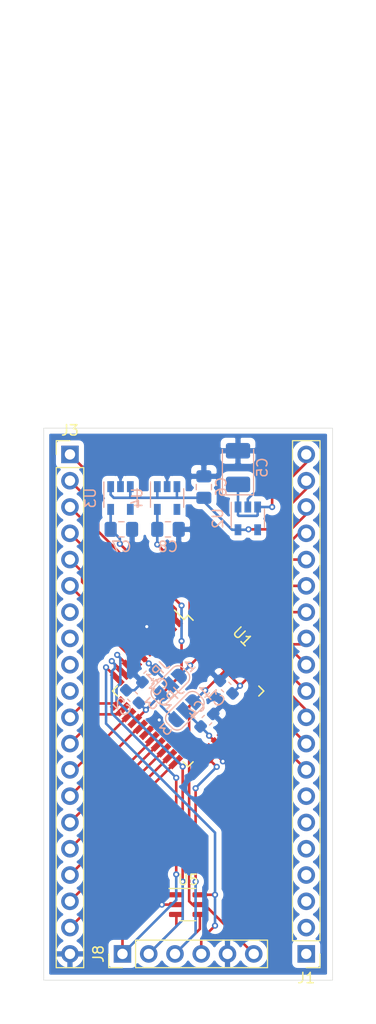
<source format=kicad_pcb>
(kicad_pcb (version 20171130) (host pcbnew 5.1.9-73d0e3b20d~88~ubuntu16.04.1)

  (general
    (thickness 1.6)
    (drawings 5)
    (tracks 246)
    (zones 0)
    (modules 18)
    (nets 38)
  )

  (page A4)
  (layers
    (0 F.Cu signal)
    (31 B.Cu signal)
    (32 B.Adhes user)
    (33 F.Adhes user)
    (34 B.Paste user)
    (35 F.Paste user)
    (36 B.SilkS user)
    (37 F.SilkS user)
    (38 B.Mask user)
    (39 F.Mask user)
    (40 Dwgs.User user)
    (41 Cmts.User user)
    (42 Eco1.User user)
    (43 Eco2.User user)
    (44 Edge.Cuts user)
    (45 Margin user)
    (46 B.CrtYd user)
    (47 F.CrtYd user)
    (48 B.Fab user)
    (49 F.Fab user)
  )

  (setup
    (last_trace_width 0.25)
    (trace_clearance 0.2)
    (zone_clearance 0.508)
    (zone_45_only no)
    (trace_min 0.2)
    (via_size 0.8)
    (via_drill 0.4)
    (via_min_size 0.4)
    (via_min_drill 0.3)
    (user_via 0.6 0.3)
    (uvia_size 0.3)
    (uvia_drill 0.1)
    (uvias_allowed no)
    (uvia_min_size 0.2)
    (uvia_min_drill 0.1)
    (edge_width 0.05)
    (segment_width 0.2)
    (pcb_text_width 0.3)
    (pcb_text_size 1.5 1.5)
    (mod_edge_width 0.12)
    (mod_text_size 1 1)
    (mod_text_width 0.15)
    (pad_size 1.524 1.524)
    (pad_drill 0.762)
    (pad_to_mask_clearance 0)
    (aux_axis_origin 0 0)
    (visible_elements FFFFFF7F)
    (pcbplotparams
      (layerselection 0x010fc_ffffffff)
      (usegerberextensions false)
      (usegerberattributes true)
      (usegerberadvancedattributes true)
      (creategerberjobfile true)
      (excludeedgelayer true)
      (linewidth 0.100000)
      (plotframeref false)
      (viasonmask false)
      (mode 1)
      (useauxorigin false)
      (hpglpennumber 1)
      (hpglpenspeed 20)
      (hpglpendiameter 15.000000)
      (psnegative false)
      (psa4output false)
      (plotreference true)
      (plotvalue true)
      (plotinvisibletext false)
      (padsonsilk false)
      (subtractmaskfromsilk false)
      (outputformat 1)
      (mirror false)
      (drillshape 1)
      (scaleselection 1)
      (outputdirectory ""))
  )

  (net 0 "")
  (net 1 +3V3)
  (net 2 GND)
  (net 3 +1V8)
  (net 4 "Net-(C3-Pad2)")
  (net 5 "Net-(C4-Pad2)")
  (net 6 JTAG_TCK)
  (net 7 JTAG_TDO)
  (net 8 JTAG_TDI)
  (net 9 JTAG_TMS)
  (net 10 +5VIN)
  (net 11 +5VOUT)
  (net 12 PIN1-IO1-GCK2)
  (net 13 PIN5-IO1)
  (net 14 PIN3-IO1)
  (net 15 PIN2-IO1)
  (net 16 PIN8-IO1)
  (net 17 PIN6-IO1)
  (net 18 PIN22-IO1)
  (net 19 PIN21-IO1)
  (net 20 PIN20-IO1)
  (net 21 PIN19-IO1)
  (net 22 PIN18-IO1)
  (net 23 PIN16-IO1)
  (net 24 PIN14-IO1)
  (net 25 PIN13-IO1)
  (net 26 PIN12-IO1)
  (net 27 PIN33-IO2-GTS0)
  (net 28 PIN34-IO2-GTS1)
  (net 29 PIN36-IO2)
  (net 30 PIN37-IO2)
  (net 31 PIN38-IO2)
  (net 32 PIN44-IO1-GCK2)
  (net 33 PIN43-IO1-GCK0)
  (net 34 PIN42-IO1)
  (net 35 PIN41-IO1)
  (net 36 PIN40-IO1)
  (net 37 PIN39-IO1)

  (net_class Default "This is the default net class."
    (clearance 0.2)
    (trace_width 0.25)
    (via_dia 0.8)
    (via_drill 0.4)
    (uvia_dia 0.3)
    (uvia_drill 0.1)
    (add_net +1V8)
    (add_net +3V3)
    (add_net +5VIN)
    (add_net +5VOUT)
    (add_net GND)
    (add_net JTAG_TCK)
    (add_net JTAG_TDI)
    (add_net JTAG_TDO)
    (add_net JTAG_TMS)
    (add_net "Net-(C3-Pad2)")
    (add_net "Net-(C4-Pad2)")
    (add_net "Net-(J1-Pad1)")
    (add_net "Net-(J1-Pad2)")
    (add_net "Net-(J1-Pad3)")
    (add_net "Net-(J1-Pad4)")
    (add_net "Net-(J1-Pad5)")
    (add_net "Net-(J1-Pad6)")
    (add_net "Net-(J1-Pad7)")
    (add_net "Net-(J3-Pad10)")
    (add_net "Net-(J3-Pad7)")
    (add_net "Net-(J3-Pad8)")
    (add_net "Net-(J3-Pad9)")
    (add_net "Net-(U1-Pad23)")
    (add_net "Net-(U1-Pad27)")
    (add_net "Net-(U1-Pad28)")
    (add_net "Net-(U1-Pad29)")
    (add_net "Net-(U1-Pad30)")
    (add_net "Net-(U1-Pad31)")
    (add_net "Net-(U1-Pad32)")
    (add_net "Net-(U2-Pad4)")
    (add_net "Net-(U3-Pad4)")
    (add_net "Net-(U4-Pad4)")
    (add_net PIN1-IO1-GCK2)
    (add_net PIN12-IO1)
    (add_net PIN13-IO1)
    (add_net PIN14-IO1)
    (add_net PIN16-IO1)
    (add_net PIN18-IO1)
    (add_net PIN19-IO1)
    (add_net PIN2-IO1)
    (add_net PIN20-IO1)
    (add_net PIN21-IO1)
    (add_net PIN22-IO1)
    (add_net PIN3-IO1)
    (add_net PIN33-IO2-GTS0)
    (add_net PIN34-IO2-GTS1)
    (add_net PIN36-IO2)
    (add_net PIN37-IO2)
    (add_net PIN38-IO2)
    (add_net PIN39-IO1)
    (add_net PIN40-IO1)
    (add_net PIN41-IO1)
    (add_net PIN42-IO1)
    (add_net PIN43-IO1-GCK0)
    (add_net PIN44-IO1-GCK2)
    (add_net PIN5-IO1)
    (add_net PIN6-IO1)
    (add_net PIN8-IO1)
  )

  (module Capacitor_SMD:C_0603_1608Metric_Pad1.08x0.95mm_HandSolder (layer B.Cu) (tedit 5F68FEEF) (tstamp 607FCBDC)
    (at 109.76638 136.16912 225)
    (descr "Capacitor SMD 0603 (1608 Metric), square (rectangular) end terminal, IPC_7351 nominal with elongated pad for handsoldering. (Body size source: IPC-SM-782 page 76, https://www.pcb-3d.com/wordpress/wp-content/uploads/ipc-sm-782a_amendment_1_and_2.pdf), generated with kicad-footprint-generator")
    (tags "capacitor handsolder")
    (path /6082A661)
    (attr smd)
    (fp_text reference C4 (at 0 1.43 225) (layer B.SilkS)
      (effects (font (size 1 1) (thickness 0.15)) (justify mirror))
    )
    (fp_text value 100nF (at 0 -1.43 225) (layer B.Fab)
      (effects (font (size 1 1) (thickness 0.15)) (justify mirror))
    )
    (fp_line (start -0.8 -0.4) (end -0.8 0.4) (layer B.Fab) (width 0.1))
    (fp_line (start -0.8 0.4) (end 0.8 0.4) (layer B.Fab) (width 0.1))
    (fp_line (start 0.8 0.4) (end 0.8 -0.4) (layer B.Fab) (width 0.1))
    (fp_line (start 0.8 -0.4) (end -0.8 -0.4) (layer B.Fab) (width 0.1))
    (fp_line (start -0.146267 0.51) (end 0.146267 0.51) (layer B.SilkS) (width 0.12))
    (fp_line (start -0.146267 -0.51) (end 0.146267 -0.51) (layer B.SilkS) (width 0.12))
    (fp_line (start -1.65 -0.73) (end -1.65 0.73) (layer B.CrtYd) (width 0.05))
    (fp_line (start -1.65 0.73) (end 1.65 0.73) (layer B.CrtYd) (width 0.05))
    (fp_line (start 1.65 0.73) (end 1.65 -0.73) (layer B.CrtYd) (width 0.05))
    (fp_line (start 1.65 -0.73) (end -1.65 -0.73) (layer B.CrtYd) (width 0.05))
    (fp_text user %R (at 0 0 225) (layer B.Fab)
      (effects (font (size 0.4 0.4) (thickness 0.06)) (justify mirror))
    )
    (pad 2 smd roundrect (at 0.8625 0 225) (size 1.075 0.95) (layers B.Cu B.Paste B.Mask) (roundrect_rratio 0.25)
      (net 5 "Net-(C4-Pad2)"))
    (pad 1 smd roundrect (at -0.8625 0 225) (size 1.075 0.95) (layers B.Cu B.Paste B.Mask) (roundrect_rratio 0.25)
      (net 2 GND))
    (model ${KISYS3DMOD}/Capacitor_SMD.3dshapes/C_0603_1608Metric.wrl
      (at (xyz 0 0 0))
      (scale (xyz 1 1 1))
      (rotate (xyz 0 0 0))
    )
  )

  (module Package_QFP:TQFP-44_10x10mm_P0.8mm (layer F.Cu) (tedit 5A02F146) (tstamp 60811930)
    (at 107.95 133.35 315)
    (descr "44-Lead Plastic Thin Quad Flatpack (PT) - 10x10x1.0 mm Body [TQFP] (see Microchip Packaging Specification 00000049BS.pdf)")
    (tags "QFP 0.8")
    (path /6082A629)
    (attr smd)
    (fp_text reference U1 (at 0 -7.45 135) (layer F.SilkS)
      (effects (font (size 1 1) (thickness 0.15)))
    )
    (fp_text value XC2C64A-xVQ44 (at 0 7.45 135) (layer F.Fab)
      (effects (font (size 1 1) (thickness 0.15)))
    )
    (fp_line (start -4 -5) (end 5 -5) (layer F.Fab) (width 0.15))
    (fp_line (start 5 -5) (end 5 5) (layer F.Fab) (width 0.15))
    (fp_line (start 5 5) (end -5 5) (layer F.Fab) (width 0.15))
    (fp_line (start -5 5) (end -5 -4) (layer F.Fab) (width 0.15))
    (fp_line (start -5 -4) (end -4 -5) (layer F.Fab) (width 0.15))
    (fp_line (start -6.7 -6.7) (end -6.7 6.7) (layer F.CrtYd) (width 0.05))
    (fp_line (start 6.7 -6.7) (end 6.7 6.7) (layer F.CrtYd) (width 0.05))
    (fp_line (start -6.7 -6.7) (end 6.7 -6.7) (layer F.CrtYd) (width 0.05))
    (fp_line (start -6.7 6.7) (end 6.7 6.7) (layer F.CrtYd) (width 0.05))
    (fp_line (start -5.175 -5.175) (end -5.175 -4.6) (layer F.SilkS) (width 0.15))
    (fp_line (start 5.175 -5.175) (end 5.175 -4.5) (layer F.SilkS) (width 0.15))
    (fp_line (start 5.175 5.175) (end 5.175 4.5) (layer F.SilkS) (width 0.15))
    (fp_line (start -5.175 5.175) (end -5.175 4.5) (layer F.SilkS) (width 0.15))
    (fp_line (start -5.175 -5.175) (end -4.5 -5.175) (layer F.SilkS) (width 0.15))
    (fp_line (start -5.175 5.175) (end -4.5 5.175) (layer F.SilkS) (width 0.15))
    (fp_line (start 5.175 5.175) (end 4.5 5.175) (layer F.SilkS) (width 0.15))
    (fp_line (start 5.175 -5.175) (end 4.5 -5.175) (layer F.SilkS) (width 0.15))
    (fp_line (start -5.175 -4.6) (end -6.45 -4.6) (layer F.SilkS) (width 0.15))
    (fp_text user %R (at 0 0 135) (layer F.Fab)
      (effects (font (size 1 1) (thickness 0.15)))
    )
    (pad 44 smd rect (at -4 -5.7 45) (size 1.5 0.55) (layers F.Cu F.Paste F.Mask)
      (net 32 PIN44-IO1-GCK2))
    (pad 43 smd rect (at -3.2 -5.7 45) (size 1.5 0.55) (layers F.Cu F.Paste F.Mask)
      (net 33 PIN43-IO1-GCK0))
    (pad 42 smd rect (at -2.4 -5.7 45) (size 1.5 0.55) (layers F.Cu F.Paste F.Mask)
      (net 34 PIN42-IO1))
    (pad 41 smd rect (at -1.6 -5.7 45) (size 1.5 0.55) (layers F.Cu F.Paste F.Mask)
      (net 35 PIN41-IO1))
    (pad 40 smd rect (at -0.8 -5.7 45) (size 1.5 0.55) (layers F.Cu F.Paste F.Mask)
      (net 36 PIN40-IO1))
    (pad 39 smd rect (at 0 -5.7 45) (size 1.5 0.55) (layers F.Cu F.Paste F.Mask)
      (net 37 PIN39-IO1))
    (pad 38 smd rect (at 0.8 -5.7 45) (size 1.5 0.55) (layers F.Cu F.Paste F.Mask)
      (net 31 PIN38-IO2))
    (pad 37 smd rect (at 1.6 -5.7 45) (size 1.5 0.55) (layers F.Cu F.Paste F.Mask)
      (net 30 PIN37-IO2))
    (pad 36 smd rect (at 2.4 -5.7 45) (size 1.5 0.55) (layers F.Cu F.Paste F.Mask)
      (net 29 PIN36-IO2))
    (pad 35 smd rect (at 3.2 -5.7 45) (size 1.5 0.55) (layers F.Cu F.Paste F.Mask)
      (net 1 +3V3))
    (pad 34 smd rect (at 4 -5.7 45) (size 1.5 0.55) (layers F.Cu F.Paste F.Mask)
      (net 28 PIN34-IO2-GTS1))
    (pad 33 smd rect (at 5.7 -4 315) (size 1.5 0.55) (layers F.Cu F.Paste F.Mask)
      (net 27 PIN33-IO2-GTS0))
    (pad 32 smd rect (at 5.7 -3.2 315) (size 1.5 0.55) (layers F.Cu F.Paste F.Mask))
    (pad 31 smd rect (at 5.7 -2.4 315) (size 1.5 0.55) (layers F.Cu F.Paste F.Mask))
    (pad 30 smd rect (at 5.7 -1.6 315) (size 1.5 0.55) (layers F.Cu F.Paste F.Mask))
    (pad 29 smd rect (at 5.7 -0.8 315) (size 1.5 0.55) (layers F.Cu F.Paste F.Mask))
    (pad 28 smd rect (at 5.7 0 315) (size 1.5 0.55) (layers F.Cu F.Paste F.Mask))
    (pad 27 smd rect (at 5.7 0.8 315) (size 1.5 0.55) (layers F.Cu F.Paste F.Mask))
    (pad 26 smd rect (at 5.7 1.6 315) (size 1.5 0.55) (layers F.Cu F.Paste F.Mask)
      (net 5 "Net-(C4-Pad2)"))
    (pad 25 smd rect (at 5.7 2.4 315) (size 1.5 0.55) (layers F.Cu F.Paste F.Mask)
      (net 2 GND))
    (pad 24 smd rect (at 5.7 3.2 315) (size 1.5 0.55) (layers F.Cu F.Paste F.Mask)
      (net 7 JTAG_TDO))
    (pad 23 smd rect (at 5.7 4 315) (size 1.5 0.55) (layers F.Cu F.Paste F.Mask))
    (pad 22 smd rect (at 4 5.7 45) (size 1.5 0.55) (layers F.Cu F.Paste F.Mask)
      (net 18 PIN22-IO1))
    (pad 21 smd rect (at 3.2 5.7 45) (size 1.5 0.55) (layers F.Cu F.Paste F.Mask)
      (net 19 PIN21-IO1))
    (pad 20 smd rect (at 2.4 5.7 45) (size 1.5 0.55) (layers F.Cu F.Paste F.Mask)
      (net 20 PIN20-IO1))
    (pad 19 smd rect (at 1.6 5.7 45) (size 1.5 0.55) (layers F.Cu F.Paste F.Mask)
      (net 21 PIN19-IO1))
    (pad 18 smd rect (at 0.8 5.7 45) (size 1.5 0.55) (layers F.Cu F.Paste F.Mask)
      (net 22 PIN18-IO1))
    (pad 17 smd rect (at 0 5.7 45) (size 1.5 0.55) (layers F.Cu F.Paste F.Mask)
      (net 2 GND))
    (pad 16 smd rect (at -0.8 5.7 45) (size 1.5 0.55) (layers F.Cu F.Paste F.Mask)
      (net 23 PIN16-IO1))
    (pad 15 smd rect (at -1.6 5.7 45) (size 1.5 0.55) (layers F.Cu F.Paste F.Mask)
      (net 3 +1V8))
    (pad 14 smd rect (at -2.4 5.7 45) (size 1.5 0.55) (layers F.Cu F.Paste F.Mask)
      (net 24 PIN14-IO1))
    (pad 13 smd rect (at -3.2 5.7 45) (size 1.5 0.55) (layers F.Cu F.Paste F.Mask)
      (net 25 PIN13-IO1))
    (pad 12 smd rect (at -4 5.7 45) (size 1.5 0.55) (layers F.Cu F.Paste F.Mask)
      (net 26 PIN12-IO1))
    (pad 11 smd rect (at -5.7 4 315) (size 1.5 0.55) (layers F.Cu F.Paste F.Mask)
      (net 6 JTAG_TCK))
    (pad 10 smd rect (at -5.7 3.2 315) (size 1.5 0.55) (layers F.Cu F.Paste F.Mask)
      (net 9 JTAG_TMS))
    (pad 9 smd rect (at -5.7 2.4 315) (size 1.5 0.55) (layers F.Cu F.Paste F.Mask)
      (net 8 JTAG_TDI))
    (pad 8 smd rect (at -5.7 1.6 315) (size 1.5 0.55) (layers F.Cu F.Paste F.Mask)
      (net 16 PIN8-IO1))
    (pad 7 smd rect (at -5.7 0.8 315) (size 1.5 0.55) (layers F.Cu F.Paste F.Mask)
      (net 4 "Net-(C3-Pad2)"))
    (pad 6 smd rect (at -5.7 0 315) (size 1.5 0.55) (layers F.Cu F.Paste F.Mask)
      (net 17 PIN6-IO1))
    (pad 5 smd rect (at -5.7 -0.8 315) (size 1.5 0.55) (layers F.Cu F.Paste F.Mask)
      (net 13 PIN5-IO1))
    (pad 4 smd rect (at -5.7 -1.6 315) (size 1.5 0.55) (layers F.Cu F.Paste F.Mask)
      (net 2 GND))
    (pad 3 smd rect (at -5.7 -2.4 315) (size 1.5 0.55) (layers F.Cu F.Paste F.Mask)
      (net 14 PIN3-IO1))
    (pad 2 smd rect (at -5.7 -3.2 315) (size 1.5 0.55) (layers F.Cu F.Paste F.Mask)
      (net 15 PIN2-IO1))
    (pad 1 smd rect (at -5.7 -4 315) (size 1.5 0.55) (layers F.Cu F.Paste F.Mask)
      (net 12 PIN1-IO1-GCK2))
    (model ${KISYS3DMOD}/Package_QFP.3dshapes/TQFP-44_10x10mm_P0.8mm.wrl
      (at (xyz 0 0 0))
      (scale (xyz 1 1 1))
      (rotate (xyz 0 0 0))
    )
  )

  (module Connector_PinHeader_2.54mm:PinHeader_1x20_P2.54mm_Vertical locked (layer F.Cu) (tedit 59FED5CC) (tstamp 60806D11)
    (at 119.38 158.75 180)
    (descr "Through hole straight pin header, 1x20, 2.54mm pitch, single row")
    (tags "Through hole pin header THT 1x20 2.54mm single row")
    (path /60835A3E)
    (fp_text reference J1 (at 0 -2.33) (layer F.SilkS)
      (effects (font (size 1 1) (thickness 0.15)))
    )
    (fp_text value Conn_01x20_Male (at 0 50.59) (layer F.Fab)
      (effects (font (size 1 1) (thickness 0.15)))
    )
    (fp_line (start -0.635 -1.27) (end 1.27 -1.27) (layer F.Fab) (width 0.1))
    (fp_line (start 1.27 -1.27) (end 1.27 49.53) (layer F.Fab) (width 0.1))
    (fp_line (start 1.27 49.53) (end -1.27 49.53) (layer F.Fab) (width 0.1))
    (fp_line (start -1.27 49.53) (end -1.27 -0.635) (layer F.Fab) (width 0.1))
    (fp_line (start -1.27 -0.635) (end -0.635 -1.27) (layer F.Fab) (width 0.1))
    (fp_line (start -1.33 49.59) (end 1.33 49.59) (layer F.SilkS) (width 0.12))
    (fp_line (start -1.33 1.27) (end -1.33 49.59) (layer F.SilkS) (width 0.12))
    (fp_line (start 1.33 1.27) (end 1.33 49.59) (layer F.SilkS) (width 0.12))
    (fp_line (start -1.33 1.27) (end 1.33 1.27) (layer F.SilkS) (width 0.12))
    (fp_line (start -1.33 0) (end -1.33 -1.33) (layer F.SilkS) (width 0.12))
    (fp_line (start -1.33 -1.33) (end 0 -1.33) (layer F.SilkS) (width 0.12))
    (fp_line (start -1.8 -1.8) (end -1.8 50.05) (layer F.CrtYd) (width 0.05))
    (fp_line (start -1.8 50.05) (end 1.8 50.05) (layer F.CrtYd) (width 0.05))
    (fp_line (start 1.8 50.05) (end 1.8 -1.8) (layer F.CrtYd) (width 0.05))
    (fp_line (start 1.8 -1.8) (end -1.8 -1.8) (layer F.CrtYd) (width 0.05))
    (fp_text user %R (at 0 24.13 90) (layer F.Fab)
      (effects (font (size 1 1) (thickness 0.15)))
    )
    (pad 20 thru_hole oval (at 0 48.26 180) (size 1.7 1.7) (drill 1) (layers *.Cu *.Mask)
      (net 10 +5VIN))
    (pad 19 thru_hole oval (at 0 45.72 180) (size 1.7 1.7) (drill 1) (layers *.Cu *.Mask)
      (net 11 +5VOUT))
    (pad 18 thru_hole oval (at 0 43.18 180) (size 1.7 1.7) (drill 1) (layers *.Cu *.Mask)
      (net 32 PIN44-IO1-GCK2))
    (pad 17 thru_hole oval (at 0 40.64 180) (size 1.7 1.7) (drill 1) (layers *.Cu *.Mask)
      (net 33 PIN43-IO1-GCK0))
    (pad 16 thru_hole oval (at 0 38.1 180) (size 1.7 1.7) (drill 1) (layers *.Cu *.Mask)
      (net 34 PIN42-IO1))
    (pad 15 thru_hole oval (at 0 35.56 180) (size 1.7 1.7) (drill 1) (layers *.Cu *.Mask)
      (net 35 PIN41-IO1))
    (pad 14 thru_hole oval (at 0 33.02 180) (size 1.7 1.7) (drill 1) (layers *.Cu *.Mask)
      (net 36 PIN40-IO1))
    (pad 13 thru_hole oval (at 0 30.48 180) (size 1.7 1.7) (drill 1) (layers *.Cu *.Mask)
      (net 37 PIN39-IO1))
    (pad 12 thru_hole oval (at 0 27.94 180) (size 1.7 1.7) (drill 1) (layers *.Cu *.Mask)
      (net 31 PIN38-IO2))
    (pad 11 thru_hole oval (at 0 25.4 180) (size 1.7 1.7) (drill 1) (layers *.Cu *.Mask)
      (net 30 PIN37-IO2))
    (pad 10 thru_hole oval (at 0 22.86 180) (size 1.7 1.7) (drill 1) (layers *.Cu *.Mask)
      (net 29 PIN36-IO2))
    (pad 9 thru_hole oval (at 0 20.32 180) (size 1.7 1.7) (drill 1) (layers *.Cu *.Mask)
      (net 28 PIN34-IO2-GTS1))
    (pad 8 thru_hole oval (at 0 17.78 180) (size 1.7 1.7) (drill 1) (layers *.Cu *.Mask)
      (net 27 PIN33-IO2-GTS0))
    (pad 7 thru_hole oval (at 0 15.24 180) (size 1.7 1.7) (drill 1) (layers *.Cu *.Mask))
    (pad 6 thru_hole oval (at 0 12.7 180) (size 1.7 1.7) (drill 1) (layers *.Cu *.Mask))
    (pad 5 thru_hole oval (at 0 10.16 180) (size 1.7 1.7) (drill 1) (layers *.Cu *.Mask))
    (pad 4 thru_hole oval (at 0 7.62 180) (size 1.7 1.7) (drill 1) (layers *.Cu *.Mask))
    (pad 3 thru_hole oval (at 0 5.08 180) (size 1.7 1.7) (drill 1) (layers *.Cu *.Mask))
    (pad 2 thru_hole oval (at 0 2.54 180) (size 1.7 1.7) (drill 1) (layers *.Cu *.Mask))
    (pad 1 thru_hole rect (at 0 0 180) (size 1.7 1.7) (drill 1) (layers *.Cu *.Mask))
    (model ${KISYS3DMOD}/Connector_PinHeader_2.54mm.3dshapes/PinHeader_1x20_P2.54mm_Vertical.wrl
      (at (xyz 0 0 0))
      (scale (xyz 1 1 1))
      (rotate (xyz 0 0 0))
    )
  )

  (module Connector_PinHeader_2.54mm:PinHeader_1x20_P2.54mm_Vertical locked (layer F.Cu) (tedit 59FED5CC) (tstamp 60803538)
    (at 96.52 110.49)
    (descr "Through hole straight pin header, 1x20, 2.54mm pitch, single row")
    (tags "Through hole pin header THT 1x20 2.54mm single row")
    (path /6081B8E4)
    (fp_text reference J3 (at 0 -2.33) (layer F.SilkS)
      (effects (font (size 1 1) (thickness 0.15)))
    )
    (fp_text value Conn_01x20_Male (at 0 50.59) (layer F.Fab)
      (effects (font (size 1 1) (thickness 0.15)))
    )
    (fp_line (start -0.635 -1.27) (end 1.27 -1.27) (layer F.Fab) (width 0.1))
    (fp_line (start 1.27 -1.27) (end 1.27 49.53) (layer F.Fab) (width 0.1))
    (fp_line (start 1.27 49.53) (end -1.27 49.53) (layer F.Fab) (width 0.1))
    (fp_line (start -1.27 49.53) (end -1.27 -0.635) (layer F.Fab) (width 0.1))
    (fp_line (start -1.27 -0.635) (end -0.635 -1.27) (layer F.Fab) (width 0.1))
    (fp_line (start -1.33 49.59) (end 1.33 49.59) (layer F.SilkS) (width 0.12))
    (fp_line (start -1.33 1.27) (end -1.33 49.59) (layer F.SilkS) (width 0.12))
    (fp_line (start 1.33 1.27) (end 1.33 49.59) (layer F.SilkS) (width 0.12))
    (fp_line (start -1.33 1.27) (end 1.33 1.27) (layer F.SilkS) (width 0.12))
    (fp_line (start -1.33 0) (end -1.33 -1.33) (layer F.SilkS) (width 0.12))
    (fp_line (start -1.33 -1.33) (end 0 -1.33) (layer F.SilkS) (width 0.12))
    (fp_line (start -1.8 -1.8) (end -1.8 50.05) (layer F.CrtYd) (width 0.05))
    (fp_line (start -1.8 50.05) (end 1.8 50.05) (layer F.CrtYd) (width 0.05))
    (fp_line (start 1.8 50.05) (end 1.8 -1.8) (layer F.CrtYd) (width 0.05))
    (fp_line (start 1.8 -1.8) (end -1.8 -1.8) (layer F.CrtYd) (width 0.05))
    (fp_text user %R (at 0 24.13 90) (layer F.Fab)
      (effects (font (size 1 1) (thickness 0.15)))
    )
    (pad 20 thru_hole oval (at 0 48.26) (size 1.7 1.7) (drill 1) (layers *.Cu *.Mask)
      (net 2 GND))
    (pad 19 thru_hole oval (at 0 45.72) (size 1.7 1.7) (drill 1) (layers *.Cu *.Mask)
      (net 18 PIN22-IO1))
    (pad 18 thru_hole oval (at 0 43.18) (size 1.7 1.7) (drill 1) (layers *.Cu *.Mask)
      (net 19 PIN21-IO1))
    (pad 17 thru_hole oval (at 0 40.64) (size 1.7 1.7) (drill 1) (layers *.Cu *.Mask)
      (net 20 PIN20-IO1))
    (pad 16 thru_hole oval (at 0 38.1) (size 1.7 1.7) (drill 1) (layers *.Cu *.Mask)
      (net 21 PIN19-IO1))
    (pad 15 thru_hole oval (at 0 35.56) (size 1.7 1.7) (drill 1) (layers *.Cu *.Mask)
      (net 22 PIN18-IO1))
    (pad 14 thru_hole oval (at 0 33.02) (size 1.7 1.7) (drill 1) (layers *.Cu *.Mask)
      (net 23 PIN16-IO1))
    (pad 13 thru_hole oval (at 0 30.48) (size 1.7 1.7) (drill 1) (layers *.Cu *.Mask)
      (net 24 PIN14-IO1))
    (pad 12 thru_hole oval (at 0 27.94) (size 1.7 1.7) (drill 1) (layers *.Cu *.Mask)
      (net 25 PIN13-IO1))
    (pad 11 thru_hole oval (at 0 25.4) (size 1.7 1.7) (drill 1) (layers *.Cu *.Mask)
      (net 26 PIN12-IO1))
    (pad 10 thru_hole oval (at 0 22.86) (size 1.7 1.7) (drill 1) (layers *.Cu *.Mask))
    (pad 9 thru_hole oval (at 0 20.32) (size 1.7 1.7) (drill 1) (layers *.Cu *.Mask))
    (pad 8 thru_hole oval (at 0 17.78) (size 1.7 1.7) (drill 1) (layers *.Cu *.Mask))
    (pad 7 thru_hole oval (at 0 15.24) (size 1.7 1.7) (drill 1) (layers *.Cu *.Mask))
    (pad 6 thru_hole oval (at 0 12.7) (size 1.7 1.7) (drill 1) (layers *.Cu *.Mask)
      (net 16 PIN8-IO1))
    (pad 5 thru_hole oval (at 0 10.16) (size 1.7 1.7) (drill 1) (layers *.Cu *.Mask)
      (net 17 PIN6-IO1))
    (pad 4 thru_hole oval (at 0 7.62) (size 1.7 1.7) (drill 1) (layers *.Cu *.Mask)
      (net 13 PIN5-IO1))
    (pad 3 thru_hole oval (at 0 5.08) (size 1.7 1.7) (drill 1) (layers *.Cu *.Mask)
      (net 14 PIN3-IO1))
    (pad 2 thru_hole oval (at 0 2.54) (size 1.7 1.7) (drill 1) (layers *.Cu *.Mask)
      (net 15 PIN2-IO1))
    (pad 1 thru_hole rect (at 0 0) (size 1.7 1.7) (drill 1) (layers *.Cu *.Mask)
      (net 12 PIN1-IO1-GCK2))
    (model ${KISYS3DMOD}/Connector_PinHeader_2.54mm.3dshapes/PinHeader_1x20_P2.54mm_Vertical.wrl
      (at (xyz 0 0 0))
      (scale (xyz 1 1 1))
      (rotate (xyz 0 0 0))
    )
  )

  (module Package_SO:SC-74-6_1.5x2.9mm_P0.95mm (layer F.Cu) (tedit 5D9F72B0) (tstamp 607FCE54)
    (at 107.95 153.9875)
    (descr "SC-74, 6 Pin (https://www.nxp.com/docs/en/package-information/SOT457.pdf), generated with kicad-footprint-generator ipc_gullwing_generator.py")
    (tags "SC-74 SO")
    (path /60849177)
    (attr smd)
    (fp_text reference U5 (at 0 -2.4) (layer F.SilkS)
      (effects (font (size 1 1) (thickness 0.15)))
    )
    (fp_text value CM1293A−04SO (at 0 2.4) (layer F.Fab)
      (effects (font (size 1 1) (thickness 0.15)))
    )
    (fp_line (start 0 1.56) (end 0.75 1.56) (layer F.SilkS) (width 0.12))
    (fp_line (start 0 1.56) (end -0.75 1.56) (layer F.SilkS) (width 0.12))
    (fp_line (start 0 -1.56) (end 0.75 -1.56) (layer F.SilkS) (width 0.12))
    (fp_line (start 0 -1.56) (end -1.85 -1.56) (layer F.SilkS) (width 0.12))
    (fp_line (start -0.375 -1.45) (end 0.75 -1.45) (layer F.Fab) (width 0.1))
    (fp_line (start 0.75 -1.45) (end 0.75 1.45) (layer F.Fab) (width 0.1))
    (fp_line (start 0.75 1.45) (end -0.75 1.45) (layer F.Fab) (width 0.1))
    (fp_line (start -0.75 1.45) (end -0.75 -1.075) (layer F.Fab) (width 0.1))
    (fp_line (start -0.75 -1.075) (end -0.375 -1.45) (layer F.Fab) (width 0.1))
    (fp_line (start -2.1 -1.7) (end -2.1 1.7) (layer F.CrtYd) (width 0.05))
    (fp_line (start -2.1 1.7) (end 2.1 1.7) (layer F.CrtYd) (width 0.05))
    (fp_line (start 2.1 1.7) (end 2.1 -1.7) (layer F.CrtYd) (width 0.05))
    (fp_line (start 2.1 -1.7) (end -2.1 -1.7) (layer F.CrtYd) (width 0.05))
    (fp_text user %R (at 0 0) (layer F.Fab)
      (effects (font (size 0.38 0.38) (thickness 0.06)))
    )
    (pad 6 smd roundrect (at 1.1375 -0.95) (size 1.425 0.5) (layers F.Cu F.Paste F.Mask) (roundrect_rratio 0.25)
      (net 6 JTAG_TCK))
    (pad 5 smd roundrect (at 1.1375 0) (size 1.425 0.5) (layers F.Cu F.Paste F.Mask) (roundrect_rratio 0.25)
      (net 1 +3V3))
    (pad 4 smd roundrect (at 1.1375 0.95) (size 1.425 0.5) (layers F.Cu F.Paste F.Mask) (roundrect_rratio 0.25)
      (net 7 JTAG_TDO))
    (pad 3 smd roundrect (at -1.1375 0.95) (size 1.425 0.5) (layers F.Cu F.Paste F.Mask) (roundrect_rratio 0.25)
      (net 8 JTAG_TDI))
    (pad 2 smd roundrect (at -1.1375 0) (size 1.425 0.5) (layers F.Cu F.Paste F.Mask) (roundrect_rratio 0.25)
      (net 2 GND))
    (pad 1 smd roundrect (at -1.1375 -0.95) (size 1.425 0.5) (layers F.Cu F.Paste F.Mask) (roundrect_rratio 0.25)
      (net 9 JTAG_TMS))
    (model ${KISYS3DMOD}/Package_SO.3dshapes/SC-74-6_1.5x2.9mm_P0.95mm.wrl
      (at (xyz 0 0 0))
      (scale (xyz 1 1 1))
      (rotate (xyz 0 0 0))
    )
  )

  (module Package_TO_SOT_SMD:SOT-23-5 (layer B.Cu) (tedit 5A02FF57) (tstamp 607FCE3C)
    (at 105.918 114.7015 270)
    (descr "5-pin SOT23 package")
    (tags SOT-23-5)
    (path /6086F7CC)
    (attr smd)
    (fp_text reference U4 (at 0 2.9 270) (layer B.SilkS)
      (effects (font (size 1 1) (thickness 0.15)) (justify mirror))
    )
    (fp_text value TC1185-3.3VCT713 (at 0 -2.9 270) (layer B.Fab)
      (effects (font (size 1 1) (thickness 0.15)) (justify mirror))
    )
    (fp_line (start -0.9 -1.61) (end 0.9 -1.61) (layer B.SilkS) (width 0.12))
    (fp_line (start 0.9 1.61) (end -1.55 1.61) (layer B.SilkS) (width 0.12))
    (fp_line (start -1.9 1.8) (end 1.9 1.8) (layer B.CrtYd) (width 0.05))
    (fp_line (start 1.9 1.8) (end 1.9 -1.8) (layer B.CrtYd) (width 0.05))
    (fp_line (start 1.9 -1.8) (end -1.9 -1.8) (layer B.CrtYd) (width 0.05))
    (fp_line (start -1.9 -1.8) (end -1.9 1.8) (layer B.CrtYd) (width 0.05))
    (fp_line (start -0.9 0.9) (end -0.25 1.55) (layer B.Fab) (width 0.1))
    (fp_line (start 0.9 1.55) (end -0.25 1.55) (layer B.Fab) (width 0.1))
    (fp_line (start -0.9 0.9) (end -0.9 -1.55) (layer B.Fab) (width 0.1))
    (fp_line (start 0.9 -1.55) (end -0.9 -1.55) (layer B.Fab) (width 0.1))
    (fp_line (start 0.9 1.55) (end 0.9 -1.55) (layer B.Fab) (width 0.1))
    (fp_text user %R (at 0 0) (layer B.Fab)
      (effects (font (size 0.5 0.5) (thickness 0.075)) (justify mirror))
    )
    (pad 5 smd rect (at 1.1 0.95 270) (size 1.06 0.65) (layers B.Cu B.Paste B.Mask)
      (net 1 +3V3))
    (pad 4 smd rect (at 1.1 -0.95 270) (size 1.06 0.65) (layers B.Cu B.Paste B.Mask))
    (pad 3 smd rect (at -1.1 -0.95 270) (size 1.06 0.65) (layers B.Cu B.Paste B.Mask)
      (net 11 +5VOUT))
    (pad 2 smd rect (at -1.1 0 270) (size 1.06 0.65) (layers B.Cu B.Paste B.Mask)
      (net 2 GND))
    (pad 1 smd rect (at -1.1 0.95 270) (size 1.06 0.65) (layers B.Cu B.Paste B.Mask)
      (net 11 +5VOUT))
    (model ${KISYS3DMOD}/Package_TO_SOT_SMD.3dshapes/SOT-23-5.wrl
      (at (xyz 0 0 0))
      (scale (xyz 1 1 1))
      (rotate (xyz 0 0 0))
    )
  )

  (module Package_TO_SOT_SMD:SOT-23-5 (layer B.Cu) (tedit 5A02FF57) (tstamp 607FCE27)
    (at 101.407 114.7015 270)
    (descr "5-pin SOT23 package")
    (tags SOT-23-5)
    (path /6086F7C6)
    (attr smd)
    (fp_text reference U3 (at 0 2.9 90) (layer B.SilkS)
      (effects (font (size 1 1) (thickness 0.15)) (justify mirror))
    )
    (fp_text value TC1185-1.8VCT713 (at 0 -2.9 90) (layer B.Fab)
      (effects (font (size 1 1) (thickness 0.15)) (justify mirror))
    )
    (fp_line (start -0.9 -1.61) (end 0.9 -1.61) (layer B.SilkS) (width 0.12))
    (fp_line (start 0.9 1.61) (end -1.55 1.61) (layer B.SilkS) (width 0.12))
    (fp_line (start -1.9 1.8) (end 1.9 1.8) (layer B.CrtYd) (width 0.05))
    (fp_line (start 1.9 1.8) (end 1.9 -1.8) (layer B.CrtYd) (width 0.05))
    (fp_line (start 1.9 -1.8) (end -1.9 -1.8) (layer B.CrtYd) (width 0.05))
    (fp_line (start -1.9 -1.8) (end -1.9 1.8) (layer B.CrtYd) (width 0.05))
    (fp_line (start -0.9 0.9) (end -0.25 1.55) (layer B.Fab) (width 0.1))
    (fp_line (start 0.9 1.55) (end -0.25 1.55) (layer B.Fab) (width 0.1))
    (fp_line (start -0.9 0.9) (end -0.9 -1.55) (layer B.Fab) (width 0.1))
    (fp_line (start 0.9 -1.55) (end -0.9 -1.55) (layer B.Fab) (width 0.1))
    (fp_line (start 0.9 1.55) (end 0.9 -1.55) (layer B.Fab) (width 0.1))
    (fp_text user %R (at 0 0 180) (layer B.Fab)
      (effects (font (size 0.5 0.5) (thickness 0.075)) (justify mirror))
    )
    (pad 5 smd rect (at 1.1 0.95 270) (size 1.06 0.65) (layers B.Cu B.Paste B.Mask)
      (net 3 +1V8))
    (pad 4 smd rect (at 1.1 -0.95 270) (size 1.06 0.65) (layers B.Cu B.Paste B.Mask))
    (pad 3 smd rect (at -1.1 -0.95 270) (size 1.06 0.65) (layers B.Cu B.Paste B.Mask)
      (net 11 +5VOUT))
    (pad 2 smd rect (at -1.1 0 270) (size 1.06 0.65) (layers B.Cu B.Paste B.Mask)
      (net 2 GND))
    (pad 1 smd rect (at -1.1 0.95 270) (size 1.06 0.65) (layers B.Cu B.Paste B.Mask)
      (net 11 +5VOUT))
    (model ${KISYS3DMOD}/Package_TO_SOT_SMD.3dshapes/SOT-23-5.wrl
      (at (xyz 0 0 0))
      (scale (xyz 1 1 1))
      (rotate (xyz 0 0 0))
    )
  )

  (module Package_TO_SOT_SMD:SOT-23-5 (layer B.Cu) (tedit 5A02FF57) (tstamp 607FCE12)
    (at 113.726 116.67 270)
    (descr "5-pin SOT23 package")
    (tags SOT-23-5)
    (path /6086F7C0)
    (attr smd)
    (fp_text reference U2 (at 0 2.9 90) (layer B.SilkS)
      (effects (font (size 1 1) (thickness 0.15)) (justify mirror))
    )
    (fp_text value TC1185-5.0VCT713 (at 0 -2.9 90) (layer B.Fab)
      (effects (font (size 1 1) (thickness 0.15)) (justify mirror))
    )
    (fp_line (start -0.9 -1.61) (end 0.9 -1.61) (layer B.SilkS) (width 0.12))
    (fp_line (start 0.9 1.61) (end -1.55 1.61) (layer B.SilkS) (width 0.12))
    (fp_line (start -1.9 1.8) (end 1.9 1.8) (layer B.CrtYd) (width 0.05))
    (fp_line (start 1.9 1.8) (end 1.9 -1.8) (layer B.CrtYd) (width 0.05))
    (fp_line (start 1.9 -1.8) (end -1.9 -1.8) (layer B.CrtYd) (width 0.05))
    (fp_line (start -1.9 -1.8) (end -1.9 1.8) (layer B.CrtYd) (width 0.05))
    (fp_line (start -0.9 0.9) (end -0.25 1.55) (layer B.Fab) (width 0.1))
    (fp_line (start 0.9 1.55) (end -0.25 1.55) (layer B.Fab) (width 0.1))
    (fp_line (start -0.9 0.9) (end -0.9 -1.55) (layer B.Fab) (width 0.1))
    (fp_line (start 0.9 -1.55) (end -0.9 -1.55) (layer B.Fab) (width 0.1))
    (fp_line (start 0.9 1.55) (end 0.9 -1.55) (layer B.Fab) (width 0.1))
    (fp_text user %R (at 0 0 180) (layer B.Fab)
      (effects (font (size 0.5 0.5) (thickness 0.075)) (justify mirror))
    )
    (pad 5 smd rect (at 1.1 0.95 270) (size 1.06 0.65) (layers B.Cu B.Paste B.Mask)
      (net 11 +5VOUT))
    (pad 4 smd rect (at 1.1 -0.95 270) (size 1.06 0.65) (layers B.Cu B.Paste B.Mask))
    (pad 3 smd rect (at -1.1 -0.95 270) (size 1.06 0.65) (layers B.Cu B.Paste B.Mask)
      (net 10 +5VIN))
    (pad 2 smd rect (at -1.1 0 270) (size 1.06 0.65) (layers B.Cu B.Paste B.Mask)
      (net 2 GND))
    (pad 1 smd rect (at -1.1 0.95 270) (size 1.06 0.65) (layers B.Cu B.Paste B.Mask)
      (net 10 +5VIN))
    (model ${KISYS3DMOD}/Package_TO_SOT_SMD.3dshapes/SOT-23-5.wrl
      (at (xyz 0 0 0))
      (scale (xyz 1 1 1))
      (rotate (xyz 0 0 0))
    )
  )

  (module Jumper:SolderJumper-3_P1.3mm_Open_RoundedPad1.0x1.5mm_NumberLabels (layer B.Cu) (tedit 5B391ED1) (tstamp 607FCD43)
    (at 107.6325 135.255 225)
    (descr "SMD Solder 3-pad Jumper, 1x1.5mm rounded Pads, 0.3mm gap, open, labeled with numbers")
    (tags "solder jumper open")
    (path /6082A643)
    (attr virtual)
    (fp_text reference JP2 (at 0 1.8 45) (layer B.SilkS)
      (effects (font (size 1 1) (thickness 0.15)) (justify mirror))
    )
    (fp_text value SolderJumper_3_Open (at 0 -1.9 45) (layer B.Fab)
      (effects (font (size 1 1) (thickness 0.15)) (justify mirror))
    )
    (fp_line (start -2.05 -0.3) (end -2.05 0.3) (layer B.SilkS) (width 0.12))
    (fp_line (start 1.4 -1) (end -1.4 -1) (layer B.SilkS) (width 0.12))
    (fp_line (start 2.05 0.3) (end 2.05 -0.3) (layer B.SilkS) (width 0.12))
    (fp_line (start -1.4 1) (end 1.4 1) (layer B.SilkS) (width 0.12))
    (fp_line (start -2.3 1.25) (end 2.3 1.25) (layer B.CrtYd) (width 0.05))
    (fp_line (start -2.3 1.25) (end -2.3 -1.25) (layer B.CrtYd) (width 0.05))
    (fp_line (start 2.3 -1.25) (end 2.3 1.25) (layer B.CrtYd) (width 0.05))
    (fp_line (start 2.3 -1.25) (end -2.3 -1.25) (layer B.CrtYd) (width 0.05))
    (fp_arc (start -1.35 0.3) (end -1.35 1) (angle 90) (layer B.SilkS) (width 0.12))
    (fp_arc (start -1.35 -0.3) (end -2.05 -0.3) (angle 90) (layer B.SilkS) (width 0.12))
    (fp_arc (start 1.35 -0.3) (end 1.35 -1) (angle 90) (layer B.SilkS) (width 0.12))
    (fp_arc (start 1.35 0.3) (end 2.05 0.3) (angle 90) (layer B.SilkS) (width 0.12))
    (fp_text user 1 (at -2.6 0 45) (layer B.SilkS)
      (effects (font (size 1 1) (thickness 0.15)) (justify mirror))
    )
    (fp_text user 3 (at 2.6 0 45) (layer B.SilkS)
      (effects (font (size 1 1) (thickness 0.15)) (justify mirror))
    )
    (pad 2 smd rect (at 0 0 225) (size 1 1.5) (layers B.Cu B.Mask)
      (net 5 "Net-(C4-Pad2)"))
    (pad 3 smd custom (at 1.3 0 225) (size 1 0.5) (layers B.Cu B.Mask)
      (net 3 +1V8) (zone_connect 2)
      (options (clearance outline) (anchor rect))
      (primitives
        (gr_circle (center 0 -0.25) (end 0.5 -0.25) (width 0))
        (gr_circle (center 0 0.25) (end 0.5 0.25) (width 0))
        (gr_poly (pts
           (xy -0.55 0.75) (xy 0 0.75) (xy 0 -0.75) (xy -0.55 -0.75)) (width 0))
      ))
    (pad 1 smd custom (at -1.3 0 225) (size 1 0.5) (layers B.Cu B.Mask)
      (net 1 +3V3) (zone_connect 2)
      (options (clearance outline) (anchor rect))
      (primitives
        (gr_circle (center 0 -0.25) (end 0.5 -0.25) (width 0))
        (gr_circle (center 0 0.25) (end 0.5 0.25) (width 0))
        (gr_poly (pts
           (xy 0.55 0.75) (xy 0 0.75) (xy 0 -0.75) (xy 0.55 -0.75)) (width 0))
      ))
  )

  (module Jumper:SolderJumper-3_P1.3mm_Open_RoundedPad1.0x1.5mm_NumberLabels (layer B.Cu) (tedit 5B391ED1) (tstamp 607FCD2E)
    (at 106.2355 132.7785 225)
    (descr "SMD Solder 3-pad Jumper, 1x1.5mm rounded Pads, 0.3mm gap, open, labeled with numbers")
    (tags "solder jumper open")
    (path /6082A637)
    (attr virtual)
    (fp_text reference JP1 (at 0 1.8 45) (layer B.SilkS)
      (effects (font (size 1 1) (thickness 0.15)) (justify mirror))
    )
    (fp_text value SolderJumper_3_Open (at 0 -1.9 45) (layer B.Fab)
      (effects (font (size 1 1) (thickness 0.15)) (justify mirror))
    )
    (fp_line (start -2.05 -0.3) (end -2.05 0.3) (layer B.SilkS) (width 0.12))
    (fp_line (start 1.4 -1) (end -1.4 -1) (layer B.SilkS) (width 0.12))
    (fp_line (start 2.05 0.3) (end 2.05 -0.3) (layer B.SilkS) (width 0.12))
    (fp_line (start -1.4 1) (end 1.4 1) (layer B.SilkS) (width 0.12))
    (fp_line (start -2.3 1.25) (end 2.3 1.25) (layer B.CrtYd) (width 0.05))
    (fp_line (start -2.3 1.25) (end -2.3 -1.25) (layer B.CrtYd) (width 0.05))
    (fp_line (start 2.3 -1.25) (end 2.3 1.25) (layer B.CrtYd) (width 0.05))
    (fp_line (start 2.3 -1.25) (end -2.3 -1.25) (layer B.CrtYd) (width 0.05))
    (fp_arc (start -1.35 0.3) (end -1.35 1) (angle 90) (layer B.SilkS) (width 0.12))
    (fp_arc (start -1.35 -0.3) (end -2.05 -0.3) (angle 90) (layer B.SilkS) (width 0.12))
    (fp_arc (start 1.35 -0.3) (end 1.35 -1) (angle 90) (layer B.SilkS) (width 0.12))
    (fp_arc (start 1.35 0.3) (end 2.05 0.3) (angle 90) (layer B.SilkS) (width 0.12))
    (fp_text user 1 (at -2.6 0 45) (layer B.SilkS)
      (effects (font (size 1 1) (thickness 0.15)) (justify mirror))
    )
    (fp_text user 3 (at 2.6 0 45) (layer B.SilkS)
      (effects (font (size 1 1) (thickness 0.15)) (justify mirror))
    )
    (pad 2 smd rect (at 0 0 225) (size 1 1.5) (layers B.Cu B.Mask)
      (net 4 "Net-(C3-Pad2)"))
    (pad 3 smd custom (at 1.3 0 225) (size 1 0.5) (layers B.Cu B.Mask)
      (net 3 +1V8) (zone_connect 2)
      (options (clearance outline) (anchor rect))
      (primitives
        (gr_circle (center 0 -0.25) (end 0.5 -0.25) (width 0))
        (gr_circle (center 0 0.25) (end 0.5 0.25) (width 0))
        (gr_poly (pts
           (xy -0.55 0.75) (xy 0 0.75) (xy 0 -0.75) (xy -0.55 -0.75)) (width 0))
      ))
    (pad 1 smd custom (at -1.3 0 225) (size 1 0.5) (layers B.Cu B.Mask)
      (net 1 +3V3) (zone_connect 2)
      (options (clearance outline) (anchor rect))
      (primitives
        (gr_circle (center 0 -0.25) (end 0.5 -0.25) (width 0))
        (gr_circle (center 0 0.25) (end 0.5 0.25) (width 0))
        (gr_poly (pts
           (xy 0.55 0.75) (xy 0 0.75) (xy 0 -0.75) (xy 0.55 -0.75)) (width 0))
      ))
  )

  (module Connector_PinHeader_2.54mm:PinHeader_1x06_P2.54mm_Vertical (layer F.Cu) (tedit 59FED5CC) (tstamp 607FCD19)
    (at 101.6 158.75 90)
    (descr "Through hole straight pin header, 1x06, 2.54mm pitch, single row")
    (tags "Through hole pin header THT 1x06 2.54mm single row")
    (path /6084917D)
    (fp_text reference J8 (at 0 -2.33 90) (layer F.SilkS)
      (effects (font (size 1 1) (thickness 0.15)))
    )
    (fp_text value Conn_01x06_Male (at 0 15.03 90) (layer F.Fab)
      (effects (font (size 1 1) (thickness 0.15)))
    )
    (fp_line (start -0.635 -1.27) (end 1.27 -1.27) (layer F.Fab) (width 0.1))
    (fp_line (start 1.27 -1.27) (end 1.27 13.97) (layer F.Fab) (width 0.1))
    (fp_line (start 1.27 13.97) (end -1.27 13.97) (layer F.Fab) (width 0.1))
    (fp_line (start -1.27 13.97) (end -1.27 -0.635) (layer F.Fab) (width 0.1))
    (fp_line (start -1.27 -0.635) (end -0.635 -1.27) (layer F.Fab) (width 0.1))
    (fp_line (start -1.33 14.03) (end 1.33 14.03) (layer F.SilkS) (width 0.12))
    (fp_line (start -1.33 1.27) (end -1.33 14.03) (layer F.SilkS) (width 0.12))
    (fp_line (start 1.33 1.27) (end 1.33 14.03) (layer F.SilkS) (width 0.12))
    (fp_line (start -1.33 1.27) (end 1.33 1.27) (layer F.SilkS) (width 0.12))
    (fp_line (start -1.33 0) (end -1.33 -1.33) (layer F.SilkS) (width 0.12))
    (fp_line (start -1.33 -1.33) (end 0 -1.33) (layer F.SilkS) (width 0.12))
    (fp_line (start -1.8 -1.8) (end -1.8 14.5) (layer F.CrtYd) (width 0.05))
    (fp_line (start -1.8 14.5) (end 1.8 14.5) (layer F.CrtYd) (width 0.05))
    (fp_line (start 1.8 14.5) (end 1.8 -1.8) (layer F.CrtYd) (width 0.05))
    (fp_line (start 1.8 -1.8) (end -1.8 -1.8) (layer F.CrtYd) (width 0.05))
    (fp_text user %R (at 0 6.35) (layer F.Fab)
      (effects (font (size 1 1) (thickness 0.15)))
    )
    (pad 6 thru_hole oval (at 0 12.7 90) (size 1.7 1.7) (drill 1) (layers *.Cu *.Mask)
      (net 1 +3V3))
    (pad 5 thru_hole oval (at 0 10.16 90) (size 1.7 1.7) (drill 1) (layers *.Cu *.Mask)
      (net 2 GND))
    (pad 4 thru_hole oval (at 0 7.62 90) (size 1.7 1.7) (drill 1) (layers *.Cu *.Mask)
      (net 6 JTAG_TCK))
    (pad 3 thru_hole oval (at 0 5.08 90) (size 1.7 1.7) (drill 1) (layers *.Cu *.Mask)
      (net 7 JTAG_TDO))
    (pad 2 thru_hole oval (at 0 2.54 90) (size 1.7 1.7) (drill 1) (layers *.Cu *.Mask)
      (net 8 JTAG_TDI))
    (pad 1 thru_hole rect (at 0 0 90) (size 1.7 1.7) (drill 1) (layers *.Cu *.Mask)
      (net 9 JTAG_TMS))
    (model ${KISYS3DMOD}/Connector_PinHeader_2.54mm.3dshapes/PinHeader_1x06_P2.54mm_Vertical.wrl
      (at (xyz 0 0 0))
      (scale (xyz 1 1 1))
      (rotate (xyz 0 0 0))
    )
  )

  (module Capacitor_SMD:C_0805_2012Metric_Pad1.18x1.45mm_HandSolder (layer B.Cu) (tedit 5F68FEEF) (tstamp 607FCC22)
    (at 106.003 117.729)
    (descr "Capacitor SMD 0805 (2012 Metric), square (rectangular) end terminal, IPC_7351 nominal with elongated pad for handsoldering. (Body size source: IPC-SM-782 page 76, https://www.pcb-3d.com/wordpress/wp-content/uploads/ipc-sm-782a_amendment_1_and_2.pdf, https://docs.google.com/spreadsheets/d/1BsfQQcO9C6DZCsRaXUlFlo91Tg2WpOkGARC1WS5S8t0/edit?usp=sharing), generated with kicad-footprint-generator")
    (tags "capacitor handsolder")
    (path /6086F7F8)
    (attr smd)
    (fp_text reference C8 (at 0 1.68) (layer B.SilkS)
      (effects (font (size 1 1) (thickness 0.15)) (justify mirror))
    )
    (fp_text value 10uF (at 0 -1.68) (layer B.Fab)
      (effects (font (size 1 1) (thickness 0.15)) (justify mirror))
    )
    (fp_line (start -1 -0.625) (end -1 0.625) (layer B.Fab) (width 0.1))
    (fp_line (start -1 0.625) (end 1 0.625) (layer B.Fab) (width 0.1))
    (fp_line (start 1 0.625) (end 1 -0.625) (layer B.Fab) (width 0.1))
    (fp_line (start 1 -0.625) (end -1 -0.625) (layer B.Fab) (width 0.1))
    (fp_line (start -0.261252 0.735) (end 0.261252 0.735) (layer B.SilkS) (width 0.12))
    (fp_line (start -0.261252 -0.735) (end 0.261252 -0.735) (layer B.SilkS) (width 0.12))
    (fp_line (start -1.88 -0.98) (end -1.88 0.98) (layer B.CrtYd) (width 0.05))
    (fp_line (start -1.88 0.98) (end 1.88 0.98) (layer B.CrtYd) (width 0.05))
    (fp_line (start 1.88 0.98) (end 1.88 -0.98) (layer B.CrtYd) (width 0.05))
    (fp_line (start 1.88 -0.98) (end -1.88 -0.98) (layer B.CrtYd) (width 0.05))
    (fp_text user %R (at 0 0) (layer B.Fab)
      (effects (font (size 0.5 0.5) (thickness 0.08)) (justify mirror))
    )
    (pad 2 smd roundrect (at 1.0375 0) (size 1.175 1.45) (layers B.Cu B.Paste B.Mask) (roundrect_rratio 0.212766)
      (net 2 GND))
    (pad 1 smd roundrect (at -1.0375 0) (size 1.175 1.45) (layers B.Cu B.Paste B.Mask) (roundrect_rratio 0.212766)
      (net 1 +3V3))
    (model ${KISYS3DMOD}/Capacitor_SMD.3dshapes/C_0805_2012Metric.wrl
      (at (xyz 0 0 0))
      (scale (xyz 1 1 1))
      (rotate (xyz 0 0 0))
    )
  )

  (module Capacitor_SMD:C_0805_2012Metric_Pad1.18x1.45mm_HandSolder (layer B.Cu) (tedit 5F68FEEF) (tstamp 607FCC11)
    (at 101.4945 117.729)
    (descr "Capacitor SMD 0805 (2012 Metric), square (rectangular) end terminal, IPC_7351 nominal with elongated pad for handsoldering. (Body size source: IPC-SM-782 page 76, https://www.pcb-3d.com/wordpress/wp-content/uploads/ipc-sm-782a_amendment_1_and_2.pdf, https://docs.google.com/spreadsheets/d/1BsfQQcO9C6DZCsRaXUlFlo91Tg2WpOkGARC1WS5S8t0/edit?usp=sharing), generated with kicad-footprint-generator")
    (tags "capacitor handsolder")
    (path /6086F80F)
    (attr smd)
    (fp_text reference C7 (at 0 1.68) (layer B.SilkS)
      (effects (font (size 1 1) (thickness 0.15)) (justify mirror))
    )
    (fp_text value 10uF (at 0 -1.68) (layer B.Fab)
      (effects (font (size 1 1) (thickness 0.15)) (justify mirror))
    )
    (fp_line (start -1 -0.625) (end -1 0.625) (layer B.Fab) (width 0.1))
    (fp_line (start -1 0.625) (end 1 0.625) (layer B.Fab) (width 0.1))
    (fp_line (start 1 0.625) (end 1 -0.625) (layer B.Fab) (width 0.1))
    (fp_line (start 1 -0.625) (end -1 -0.625) (layer B.Fab) (width 0.1))
    (fp_line (start -0.261252 0.735) (end 0.261252 0.735) (layer B.SilkS) (width 0.12))
    (fp_line (start -0.261252 -0.735) (end 0.261252 -0.735) (layer B.SilkS) (width 0.12))
    (fp_line (start -1.88 -0.98) (end -1.88 0.98) (layer B.CrtYd) (width 0.05))
    (fp_line (start -1.88 0.98) (end 1.88 0.98) (layer B.CrtYd) (width 0.05))
    (fp_line (start 1.88 0.98) (end 1.88 -0.98) (layer B.CrtYd) (width 0.05))
    (fp_line (start 1.88 -0.98) (end -1.88 -0.98) (layer B.CrtYd) (width 0.05))
    (fp_text user %R (at 0 0) (layer B.Fab)
      (effects (font (size 0.5 0.5) (thickness 0.08)) (justify mirror))
    )
    (pad 2 smd roundrect (at 1.0375 0) (size 1.175 1.45) (layers B.Cu B.Paste B.Mask) (roundrect_rratio 0.212766)
      (net 2 GND))
    (pad 1 smd roundrect (at -1.0375 0) (size 1.175 1.45) (layers B.Cu B.Paste B.Mask) (roundrect_rratio 0.212766)
      (net 3 +1V8))
    (model ${KISYS3DMOD}/Capacitor_SMD.3dshapes/C_0805_2012Metric.wrl
      (at (xyz 0 0 0))
      (scale (xyz 1 1 1))
      (rotate (xyz 0 0 0))
    )
  )

  (module Capacitor_SMD:C_0805_2012Metric_Pad1.18x1.45mm_HandSolder (layer B.Cu) (tedit 5F68FEEF) (tstamp 607FCC00)
    (at 109.474 113.6435 90)
    (descr "Capacitor SMD 0805 (2012 Metric), square (rectangular) end terminal, IPC_7351 nominal with elongated pad for handsoldering. (Body size source: IPC-SM-782 page 76, https://www.pcb-3d.com/wordpress/wp-content/uploads/ipc-sm-782a_amendment_1_and_2.pdf, https://docs.google.com/spreadsheets/d/1BsfQQcO9C6DZCsRaXUlFlo91Tg2WpOkGARC1WS5S8t0/edit?usp=sharing), generated with kicad-footprint-generator")
    (tags "capacitor handsolder")
    (path /6086F7D2)
    (attr smd)
    (fp_text reference C6 (at 0 1.68 90) (layer B.SilkS)
      (effects (font (size 1 1) (thickness 0.15)) (justify mirror))
    )
    (fp_text value 10uF (at 0 -1.68 90) (layer B.Fab)
      (effects (font (size 1 1) (thickness 0.15)) (justify mirror))
    )
    (fp_line (start -1 -0.625) (end -1 0.625) (layer B.Fab) (width 0.1))
    (fp_line (start -1 0.625) (end 1 0.625) (layer B.Fab) (width 0.1))
    (fp_line (start 1 0.625) (end 1 -0.625) (layer B.Fab) (width 0.1))
    (fp_line (start 1 -0.625) (end -1 -0.625) (layer B.Fab) (width 0.1))
    (fp_line (start -0.261252 0.735) (end 0.261252 0.735) (layer B.SilkS) (width 0.12))
    (fp_line (start -0.261252 -0.735) (end 0.261252 -0.735) (layer B.SilkS) (width 0.12))
    (fp_line (start -1.88 -0.98) (end -1.88 0.98) (layer B.CrtYd) (width 0.05))
    (fp_line (start -1.88 0.98) (end 1.88 0.98) (layer B.CrtYd) (width 0.05))
    (fp_line (start 1.88 0.98) (end 1.88 -0.98) (layer B.CrtYd) (width 0.05))
    (fp_line (start 1.88 -0.98) (end -1.88 -0.98) (layer B.CrtYd) (width 0.05))
    (fp_text user %R (at 0 0 90) (layer B.Fab)
      (effects (font (size 0.5 0.5) (thickness 0.08)) (justify mirror))
    )
    (pad 2 smd roundrect (at 1.0375 0 90) (size 1.175 1.45) (layers B.Cu B.Paste B.Mask) (roundrect_rratio 0.212766)
      (net 2 GND))
    (pad 1 smd roundrect (at -1.0375 0 90) (size 1.175 1.45) (layers B.Cu B.Paste B.Mask) (roundrect_rratio 0.212766)
      (net 11 +5VOUT))
    (model ${KISYS3DMOD}/Capacitor_SMD.3dshapes/C_0805_2012Metric.wrl
      (at (xyz 0 0 0))
      (scale (xyz 1 1 1))
      (rotate (xyz 0 0 0))
    )
  )

  (module Capacitor_Tantalum_SMD:CP_EIA-3528-21_Kemet-B_Pad1.50x2.35mm_HandSolder (layer B.Cu) (tedit 5EBA9318) (tstamp 607FCBEF)
    (at 112.776 111.76 90)
    (descr "Tantalum Capacitor SMD Kemet-B (3528-21 Metric), IPC_7351 nominal, (Body size from: http://www.kemet.com/Lists/ProductCatalog/Attachments/253/KEM_TC101_STD.pdf), generated with kicad-footprint-generator")
    (tags "capacitor tantalum")
    (path /6086F7D9)
    (attr smd)
    (fp_text reference C5 (at 0 2.35 90) (layer B.SilkS)
      (effects (font (size 1 1) (thickness 0.15)) (justify mirror))
    )
    (fp_text value 10uF (at 0 -2.35 90) (layer B.Fab)
      (effects (font (size 1 1) (thickness 0.15)) (justify mirror))
    )
    (fp_line (start 1.75 1.4) (end -1.05 1.4) (layer B.Fab) (width 0.1))
    (fp_line (start -1.05 1.4) (end -1.75 0.7) (layer B.Fab) (width 0.1))
    (fp_line (start -1.75 0.7) (end -1.75 -1.4) (layer B.Fab) (width 0.1))
    (fp_line (start -1.75 -1.4) (end 1.75 -1.4) (layer B.Fab) (width 0.1))
    (fp_line (start 1.75 -1.4) (end 1.75 1.4) (layer B.Fab) (width 0.1))
    (fp_line (start 1.75 1.51) (end -2.635 1.51) (layer B.SilkS) (width 0.12))
    (fp_line (start -2.635 1.51) (end -2.635 -1.51) (layer B.SilkS) (width 0.12))
    (fp_line (start -2.635 -1.51) (end 1.75 -1.51) (layer B.SilkS) (width 0.12))
    (fp_line (start -2.62 -1.65) (end -2.62 1.65) (layer B.CrtYd) (width 0.05))
    (fp_line (start -2.62 1.65) (end 2.62 1.65) (layer B.CrtYd) (width 0.05))
    (fp_line (start 2.62 1.65) (end 2.62 -1.65) (layer B.CrtYd) (width 0.05))
    (fp_line (start 2.62 -1.65) (end -2.62 -1.65) (layer B.CrtYd) (width 0.05))
    (fp_text user %R (at 0 0 90) (layer B.Fab)
      (effects (font (size 0.88 0.88) (thickness 0.13)) (justify mirror))
    )
    (pad 2 smd roundrect (at 1.625 0 90) (size 1.5 2.35) (layers B.Cu B.Paste B.Mask) (roundrect_rratio 0.166667)
      (net 2 GND))
    (pad 1 smd roundrect (at -1.625 0 90) (size 1.5 2.35) (layers B.Cu B.Paste B.Mask) (roundrect_rratio 0.166667)
      (net 10 +5VIN))
    (model ${KISYS3DMOD}/Capacitor_Tantalum_SMD.3dshapes/CP_EIA-3528-21_Kemet-B.wrl
      (at (xyz 0 0 0))
      (scale (xyz 1 1 1))
      (rotate (xyz 0 0 0))
    )
  )

  (module Capacitor_SMD:C_0603_1608Metric_Pad1.08x0.95mm_HandSolder (layer B.Cu) (tedit 5F68FEEF) (tstamp 607FCBCB)
    (at 104.14 131.8895 45)
    (descr "Capacitor SMD 0603 (1608 Metric), square (rectangular) end terminal, IPC_7351 nominal with elongated pad for handsoldering. (Body size source: IPC-SM-782 page 76, https://www.pcb-3d.com/wordpress/wp-content/uploads/ipc-sm-782a_amendment_1_and_2.pdf), generated with kicad-footprint-generator")
    (tags "capacitor handsolder")
    (path /6082A63D)
    (attr smd)
    (fp_text reference C3 (at 0 1.43 45) (layer B.SilkS)
      (effects (font (size 1 1) (thickness 0.15)) (justify mirror))
    )
    (fp_text value 100nF (at 0 -1.43 45) (layer B.Fab)
      (effects (font (size 1 1) (thickness 0.15)) (justify mirror))
    )
    (fp_line (start -0.8 -0.4) (end -0.8 0.4) (layer B.Fab) (width 0.1))
    (fp_line (start -0.8 0.4) (end 0.8 0.4) (layer B.Fab) (width 0.1))
    (fp_line (start 0.8 0.4) (end 0.8 -0.4) (layer B.Fab) (width 0.1))
    (fp_line (start 0.8 -0.4) (end -0.8 -0.4) (layer B.Fab) (width 0.1))
    (fp_line (start -0.146267 0.51) (end 0.146267 0.51) (layer B.SilkS) (width 0.12))
    (fp_line (start -0.146267 -0.51) (end 0.146267 -0.51) (layer B.SilkS) (width 0.12))
    (fp_line (start -1.65 -0.73) (end -1.65 0.73) (layer B.CrtYd) (width 0.05))
    (fp_line (start -1.65 0.73) (end 1.65 0.73) (layer B.CrtYd) (width 0.05))
    (fp_line (start 1.65 0.73) (end 1.65 -0.73) (layer B.CrtYd) (width 0.05))
    (fp_line (start 1.65 -0.73) (end -1.65 -0.73) (layer B.CrtYd) (width 0.05))
    (fp_text user %R (at 0 0 45) (layer B.Fab)
      (effects (font (size 0.4 0.4) (thickness 0.06)) (justify mirror))
    )
    (pad 2 smd roundrect (at 0.8625 0 45) (size 1.075 0.95) (layers B.Cu B.Paste B.Mask) (roundrect_rratio 0.25)
      (net 4 "Net-(C3-Pad2)"))
    (pad 1 smd roundrect (at -0.8625 0 45) (size 1.075 0.95) (layers B.Cu B.Paste B.Mask) (roundrect_rratio 0.25)
      (net 2 GND))
    (model ${KISYS3DMOD}/Capacitor_SMD.3dshapes/C_0603_1608Metric.wrl
      (at (xyz 0 0 0))
      (scale (xyz 1 1 1))
      (rotate (xyz 0 0 0))
    )
  )

  (module Capacitor_SMD:C_0603_1608Metric_Pad1.08x0.95mm_HandSolder (layer B.Cu) (tedit 5F68FEEF) (tstamp 607FCBBA)
    (at 102.57762 133.88312 315)
    (descr "Capacitor SMD 0603 (1608 Metric), square (rectangular) end terminal, IPC_7351 nominal with elongated pad for handsoldering. (Body size source: IPC-SM-782 page 76, https://www.pcb-3d.com/wordpress/wp-content/uploads/ipc-sm-782a_amendment_1_and_2.pdf), generated with kicad-footprint-generator")
    (tags "capacitor handsolder")
    (path /6082A67C)
    (attr smd)
    (fp_text reference C2 (at 0 1.43 135) (layer B.SilkS)
      (effects (font (size 1 1) (thickness 0.15)) (justify mirror))
    )
    (fp_text value 100nF (at 0 -1.43 135) (layer B.Fab)
      (effects (font (size 1 1) (thickness 0.15)) (justify mirror))
    )
    (fp_line (start -0.8 -0.4) (end -0.8 0.4) (layer B.Fab) (width 0.1))
    (fp_line (start -0.8 0.4) (end 0.8 0.4) (layer B.Fab) (width 0.1))
    (fp_line (start 0.8 0.4) (end 0.8 -0.4) (layer B.Fab) (width 0.1))
    (fp_line (start 0.8 -0.4) (end -0.8 -0.4) (layer B.Fab) (width 0.1))
    (fp_line (start -0.146267 0.51) (end 0.146267 0.51) (layer B.SilkS) (width 0.12))
    (fp_line (start -0.146267 -0.51) (end 0.146267 -0.51) (layer B.SilkS) (width 0.12))
    (fp_line (start -1.65 -0.73) (end -1.65 0.73) (layer B.CrtYd) (width 0.05))
    (fp_line (start -1.65 0.73) (end 1.65 0.73) (layer B.CrtYd) (width 0.05))
    (fp_line (start 1.65 0.73) (end 1.65 -0.73) (layer B.CrtYd) (width 0.05))
    (fp_line (start 1.65 -0.73) (end -1.65 -0.73) (layer B.CrtYd) (width 0.05))
    (fp_text user %R (at 0 0 135) (layer B.Fab)
      (effects (font (size 0.4 0.4) (thickness 0.06)) (justify mirror))
    )
    (pad 2 smd roundrect (at 0.8625 0 315) (size 1.075 0.95) (layers B.Cu B.Paste B.Mask) (roundrect_rratio 0.25)
      (net 3 +1V8))
    (pad 1 smd roundrect (at -0.8625 0 315) (size 1.075 0.95) (layers B.Cu B.Paste B.Mask) (roundrect_rratio 0.25)
      (net 2 GND))
    (model ${KISYS3DMOD}/Capacitor_SMD.3dshapes/C_0603_1608Metric.wrl
      (at (xyz 0 0 0))
      (scale (xyz 1 1 1))
      (rotate (xyz 0 0 0))
    )
  )

  (module Capacitor_SMD:C_0603_1608Metric_Pad1.08x0.95mm_HandSolder (layer B.Cu) (tedit 5F68FEEF) (tstamp 607FCBA9)
    (at 111.633 132.969 315)
    (descr "Capacitor SMD 0603 (1608 Metric), square (rectangular) end terminal, IPC_7351 nominal with elongated pad for handsoldering. (Body size source: IPC-SM-782 page 76, https://www.pcb-3d.com/wordpress/wp-content/uploads/ipc-sm-782a_amendment_1_and_2.pdf), generated with kicad-footprint-generator")
    (tags "capacitor handsolder")
    (path /6082A696)
    (attr smd)
    (fp_text reference C1 (at 0 1.43 135) (layer B.SilkS)
      (effects (font (size 1 1) (thickness 0.15)) (justify mirror))
    )
    (fp_text value 100nF (at 0 -1.43 135) (layer B.Fab)
      (effects (font (size 1 1) (thickness 0.15)) (justify mirror))
    )
    (fp_line (start -0.8 -0.4) (end -0.8 0.4) (layer B.Fab) (width 0.1))
    (fp_line (start -0.8 0.4) (end 0.8 0.4) (layer B.Fab) (width 0.1))
    (fp_line (start 0.8 0.4) (end 0.8 -0.4) (layer B.Fab) (width 0.1))
    (fp_line (start 0.8 -0.4) (end -0.8 -0.4) (layer B.Fab) (width 0.1))
    (fp_line (start -0.146267 0.51) (end 0.146267 0.51) (layer B.SilkS) (width 0.12))
    (fp_line (start -0.146267 -0.51) (end 0.146267 -0.51) (layer B.SilkS) (width 0.12))
    (fp_line (start -1.65 -0.73) (end -1.65 0.73) (layer B.CrtYd) (width 0.05))
    (fp_line (start -1.65 0.73) (end 1.65 0.73) (layer B.CrtYd) (width 0.05))
    (fp_line (start 1.65 0.73) (end 1.65 -0.73) (layer B.CrtYd) (width 0.05))
    (fp_line (start 1.65 -0.73) (end -1.65 -0.73) (layer B.CrtYd) (width 0.05))
    (fp_text user %R (at 0 0 135) (layer B.Fab)
      (effects (font (size 0.4 0.4) (thickness 0.06)) (justify mirror))
    )
    (pad 2 smd roundrect (at 0.8625 0 315) (size 1.075 0.95) (layers B.Cu B.Paste B.Mask) (roundrect_rratio 0.25)
      (net 1 +3V3))
    (pad 1 smd roundrect (at -0.8625 0 315) (size 1.075 0.95) (layers B.Cu B.Paste B.Mask) (roundrect_rratio 0.25)
      (net 2 GND))
    (model ${KISYS3DMOD}/Capacitor_SMD.3dshapes/C_0603_1608Metric.wrl
      (at (xyz 0 0 0))
      (scale (xyz 1 1 1))
      (rotate (xyz 0 0 0))
    )
  )

  (gr_line (start 93.98 161.29) (end 93.98 107.95) (layer Edge.Cuts) (width 0.05) (tstamp 60806F58))
  (gr_line (start 121.92 161.29) (end 93.98 161.29) (layer Edge.Cuts) (width 0.05))
  (gr_line (start 121.92 107.95) (end 121.92 161.29) (layer Edge.Cuts) (width 0.05))
  (gr_line (start 93.98 107.95) (end 121.92 107.95) (layer Edge.Cuts) (width 0.05))
  (dimension 15.24 (width 0.15) (layer Dwgs.User)
    (gr_text "15.240 mm" (at 104.14 67.28) (layer Dwgs.User)
      (effects (font (size 1 1) (thickness 0.15)))
    )
    (feature1 (pts (xy 111.76 74.93) (xy 111.76 67.993579)))
    (feature2 (pts (xy 96.52 74.93) (xy 96.52 67.993579)))
    (crossbar (pts (xy 96.52 68.58) (xy 111.76 68.58)))
    (arrow1a (pts (xy 111.76 68.58) (xy 110.633496 69.166421)))
    (arrow1b (pts (xy 111.76 68.58) (xy 110.633496 67.993579)))
    (arrow2a (pts (xy 96.52 68.58) (xy 97.646504 69.166421)))
    (arrow2b (pts (xy 96.52 68.58) (xy 97.646504 67.993579)))
  )

  (segment (start 104.968 117.7265) (end 104.9655 117.729) (width 0.25) (layer B.Cu) (net 1))
  (segment (start 104.968 115.8015) (end 104.968 117.7265) (width 0.25) (layer B.Cu) (net 1))
  (via (at 104.9655 119.1895) (size 0.6) (drill 0.3) (layers F.Cu B.Cu) (net 1))
  (segment (start 104.9655 117.729) (end 104.9655 119.1895) (width 0.25) (layer B.Cu) (net 1))
  (segment (start 114.24325 131.582233) (end 114.226267 131.582233) (width 0.25) (layer F.Cu) (net 1))
  (segment (start 114.226267 131.582233) (end 112.9665 132.842) (width 0.25) (layer F.Cu) (net 1))
  (segment (start 108.102288 122.326288) (end 104.9655 119.1895) (width 0.25) (layer F.Cu) (net 1))
  (segment (start 108.102288 127.977788) (end 108.102288 122.326288) (width 0.25) (layer F.Cu) (net 1))
  (segment (start 109.5375 153.9875) (end 114.3 158.75) (width 0.25) (layer F.Cu) (net 1))
  (segment (start 109.0875 153.9875) (end 109.5375 153.9875) (width 0.25) (layer F.Cu) (net 1))
  (via (at 112.9665 132.842) (size 0.6) (drill 0.3) (layers F.Cu B.Cu) (net 1))
  (segment (start 112.24288 133.56562) (end 112.9665 132.842) (width 0.25) (layer B.Cu) (net 1))
  (segment (start 112.24288 133.57888) (end 112.24288 133.56562) (width 0.25) (layer B.Cu) (net 1))
  (via (at 109.601 133.2865) (size 0.6) (drill 0.3) (layers F.Cu B.Cu) (net 1))
  (segment (start 108.551739 134.335761) (end 109.601 133.2865) (width 0.25) (layer B.Cu) (net 1))
  (segment (start 111.4425 131.445) (end 111.5695 131.445) (width 0.25) (layer F.Cu) (net 1))
  (segment (start 109.601 133.2865) (end 111.4425 131.445) (width 0.25) (layer F.Cu) (net 1))
  (segment (start 112.9665 132.842) (end 111.5695 131.445) (width 0.25) (layer F.Cu) (net 1))
  (via (at 108.1405 130.8735) (size 0.6) (drill 0.3) (layers F.Cu B.Cu) (net 1))
  (segment (start 107.154739 131.859261) (end 108.1405 130.8735) (width 0.25) (layer B.Cu) (net 1))
  (segment (start 109.5375 129.4765) (end 109.601 129.4765) (width 0.25) (layer F.Cu) (net 1))
  (segment (start 108.1405 130.8735) (end 109.5375 129.4765) (width 0.25) (layer F.Cu) (net 1))
  (segment (start 109.601 129.4765) (end 108.102288 127.977788) (width 0.25) (layer F.Cu) (net 1))
  (segment (start 111.5695 131.445) (end 109.601 129.4765) (width 0.25) (layer F.Cu) (net 1))
  (segment (start 108.375 153.9875) (end 109.0875 153.9875) (width 0.25) (layer F.Cu) (net 1))
  (segment (start 108.04999 153.66249) (end 108.375 153.9875) (width 0.25) (layer F.Cu) (net 1))
  (segment (start 108.04999 134.83751) (end 108.04999 153.66249) (width 0.25) (layer F.Cu) (net 1))
  (segment (start 109.601 133.2865) (end 108.04999 134.83751) (width 0.25) (layer F.Cu) (net 1))
  (segment (start 113.726 114.79) (end 114.216 114.3) (width 0.25) (layer B.Cu) (net 2))
  (segment (start 113.726 115.57) (end 113.726 114.79) (width 0.25) (layer B.Cu) (net 2))
  (segment (start 114.216 114.3) (end 114.935 114.3) (width 0.25) (layer B.Cu) (net 2))
  (segment (start 105.918 113.6015) (end 105.918 111.887) (width 0.25) (layer B.Cu) (net 2))
  (segment (start 101.407 113.6015) (end 101.407 112.08) (width 0.25) (layer B.Cu) (net 2))
  (via (at 105.41 153.9875) (size 0.6) (drill 0.3) (layers F.Cu B.Cu) (net 2))
  (segment (start 106.8125 153.9875) (end 105.41 153.9875) (width 0.25) (layer F.Cu) (net 2))
  (via (at 103.9495 127.127) (size 0.6) (drill 0.3) (layers F.Cu B.Cu) (net 2))
  (segment (start 105.01062 128.18812) (end 103.9495 127.127) (width 0.25) (layer F.Cu) (net 2))
  (segment (start 105.050862 128.18812) (end 105.01062 128.18812) (width 0.25) (layer F.Cu) (net 2))
  (via (at 111.3155 140.1445) (size 0.6) (drill 0.3) (layers F.Cu B.Cu) (net 2))
  (segment (start 110.283452 139.112452) (end 111.3155 140.1445) (width 0.25) (layer F.Cu) (net 2))
  (segment (start 110.283452 139.077565) (end 110.283452 139.112452) (width 0.25) (layer F.Cu) (net 2))
  (segment (start 102.75626 133.27324) (end 103.53012 132.49938) (width 0.25) (layer B.Cu) (net 2))
  (segment (start 101.96774 133.27324) (end 102.75626 133.27324) (width 0.25) (layer B.Cu) (net 2))
  (via (at 105.156 136.144) (size 0.6) (drill 0.3) (layers F.Cu B.Cu) (net 2))
  (segment (start 103.919491 137.380509) (end 105.156 136.144) (width 0.25) (layer F.Cu) (net 2))
  (segment (start 100.457 115.8015) (end 100.457 117.729) (width 0.25) (layer B.Cu) (net 3))
  (via (at 107.315 128.524) (size 0.6) (drill 0.3) (layers F.Cu B.Cu) (net 3))
  (segment (start 107.315 131.722258) (end 107.315 128.524) (width 0.25) (layer F.Cu) (net 3))
  (segment (start 102.78812 136.249138) (end 103.865879 135.171379) (width 0.25) (layer F.Cu) (net 3))
  (via (at 107.315 125.095) (size 0.6) (drill 0.3) (layers F.Cu B.Cu) (net 3))
  (segment (start 107.315 128.524) (end 107.315 125.095) (width 0.25) (layer B.Cu) (net 3))
  (segment (start 103.865879 135.171379) (end 107.315 131.722258) (width 0.25) (layer F.Cu) (net 3) (tstamp 60812138))
  (via (at 103.865879 135.171379) (size 0.6) (drill 0.3) (layers F.Cu B.Cu) (net 3))
  (segment (start 103.865879 135.171379) (end 103.1875 134.493) (width 0.25) (layer B.Cu) (net 3))
  (segment (start 103.865879 135.148121) (end 105.316261 133.697739) (width 0.25) (layer B.Cu) (net 3))
  (segment (start 103.865879 135.171379) (end 103.865879 135.148121) (width 0.25) (layer B.Cu) (net 3))
  (segment (start 105.316261 134.777239) (end 106.713261 136.174239) (width 0.25) (layer B.Cu) (net 3))
  (segment (start 105.316261 133.697739) (end 105.316261 134.777239) (width 0.25) (layer B.Cu) (net 3))
  (via (at 101.346 119.126) (size 0.6) (drill 0.3) (layers F.Cu B.Cu) (net 3))
  (segment (start 107.315 125.095) (end 101.346 119.126) (width 0.25) (layer F.Cu) (net 3))
  (segment (start 101.346 118.618) (end 100.457 117.729) (width 0.25) (layer B.Cu) (net 3))
  (segment (start 101.346 119.126) (end 101.346 118.618) (width 0.25) (layer B.Cu) (net 3))
  (segment (start 103.353806 129.896806) (end 104.14 130.683) (width 0.25) (layer F.Cu) (net 4))
  (via (at 104.14 130.683) (size 0.6) (drill 0.3) (layers F.Cu B.Cu) (net 4))
  (segment (start 103.353806 129.885177) (end 103.353806 129.896806) (width 0.25) (layer F.Cu) (net 4))
  (segment (start 104.15326 130.683) (end 104.74988 131.27962) (width 0.25) (layer B.Cu) (net 4))
  (segment (start 104.14 130.683) (end 104.15326 130.683) (width 0.25) (layer B.Cu) (net 4))
  (segment (start 104.74988 131.29288) (end 106.2355 132.7785) (width 0.25) (layer B.Cu) (net 4))
  (segment (start 104.74988 131.27962) (end 104.74988 131.29288) (width 0.25) (layer B.Cu) (net 4))
  (via (at 109.982 137.668) (size 0.6) (drill 0.3) (layers F.Cu B.Cu) (net 5))
  (segment (start 110.82588 138.51188) (end 109.982 137.668) (width 0.25) (layer F.Cu) (net 5))
  (segment (start 110.849138 138.51188) (end 110.82588 138.51188) (width 0.25) (layer F.Cu) (net 5))
  (segment (start 109.982 137.6045) (end 109.1565 136.779) (width 0.25) (layer B.Cu) (net 5))
  (segment (start 109.982 137.668) (end 109.982 137.6045) (width 0.25) (layer B.Cu) (net 5))
  (segment (start 109.1565 136.779) (end 107.6325 135.255) (width 0.25) (layer B.Cu) (net 5))
  (via (at 100.0125 131.064) (size 0.6) (drill 0.3) (layers F.Cu B.Cu) (net 6))
  (segment (start 101.091064 132.142564) (end 100.0125 131.064) (width 0.25) (layer F.Cu) (net 6))
  (segment (start 101.091064 132.147918) (end 101.091064 132.142564) (width 0.25) (layer F.Cu) (net 6))
  (via (at 110.5535 156.0195) (size 0.6) (drill 0.3) (layers F.Cu B.Cu) (net 6))
  (segment (start 109.22 157.353) (end 110.5535 156.0195) (width 0.25) (layer F.Cu) (net 6))
  (segment (start 109.22 158.75) (end 109.22 157.353) (width 0.25) (layer F.Cu) (net 6))
  (segment (start 110.5535 156.0195) (end 110.5535 153.035) (width 0.25) (layer B.Cu) (net 6))
  (via (at 110.5535 153.035) (size 0.6) (drill 0.3) (layers F.Cu B.Cu) (net 6))
  (segment (start 109.09 153.035) (end 109.0875 153.0375) (width 0.25) (layer F.Cu) (net 6))
  (segment (start 110.5535 153.035) (end 109.09 153.035) (width 0.25) (layer F.Cu) (net 6))
  (segment (start 110.5535 147.038502) (end 110.5535 153.035) (width 0.25) (layer B.Cu) (net 6))
  (segment (start 100.0125 136.497502) (end 110.5535 147.038502) (width 0.25) (layer B.Cu) (net 6))
  (segment (start 100.0125 131.064) (end 100.0125 136.497502) (width 0.25) (layer B.Cu) (net 6))
  (segment (start 109.717767 139.676188) (end 110.717571 140.675992) (width 0.25) (layer F.Cu) (net 7))
  (via (at 110.717571 140.675992) (size 0.6) (drill 0.3) (layers F.Cu B.Cu) (net 7))
  (segment (start 109.717767 139.64325) (end 109.717767 139.676188) (width 0.25) (layer F.Cu) (net 7))
  (segment (start 108.67499 142.718573) (end 108.67499 142.748) (width 0.25) (layer B.Cu) (net 7))
  (via (at 108.67499 142.748) (size 0.6) (drill 0.3) (layers F.Cu B.Cu) (net 7))
  (segment (start 110.717571 140.675992) (end 108.67499 142.718573) (width 0.25) (layer B.Cu) (net 7))
  (via (at 108.67499 151.765) (size 0.6) (drill 0.3) (layers F.Cu B.Cu) (net 7))
  (segment (start 108.67499 142.748) (end 108.67499 151.765) (width 0.25) (layer F.Cu) (net 7))
  (segment (start 108.67499 156.75501) (end 106.68 158.75) (width 0.25) (layer B.Cu) (net 7))
  (segment (start 108.67499 151.765) (end 108.67499 156.75501) (width 0.25) (layer B.Cu) (net 7))
  (segment (start 109.0875 156.3425) (end 106.68 158.75) (width 0.25) (layer F.Cu) (net 7))
  (segment (start 109.0875 154.9375) (end 109.0875 156.3425) (width 0.25) (layer F.Cu) (net 7))
  (via (at 101.092 129.8575) (size 0.6) (drill 0.3) (layers F.Cu B.Cu) (net 8))
  (segment (start 102.222435 130.987935) (end 101.092 129.8575) (width 0.25) (layer F.Cu) (net 8))
  (segment (start 102.222435 131.016548) (end 102.222435 130.987935) (width 0.25) (layer F.Cu) (net 8))
  (segment (start 106.8125 156.0775) (end 106.8125 154.9375) (width 0.25) (layer F.Cu) (net 8))
  (segment (start 104.14 158.75) (end 106.8125 156.0775) (width 0.25) (layer F.Cu) (net 8))
  (segment (start 101.092 129.8575) (end 101.391999 130.157499) (width 0.25) (layer B.Cu) (net 8))
  (segment (start 101.391999 130.157499) (end 101.391999 132.629207) (width 0.25) (layer B.Cu) (net 8))
  (segment (start 101.391999 132.629207) (end 101.02516 132.996046) (width 0.25) (layer B.Cu) (net 8))
  (segment (start 101.02516 134.25267) (end 107.42499 140.6525) (width 0.25) (layer B.Cu) (net 8))
  (via (at 107.42499 140.6525) (size 0.6) (drill 0.3) (layers F.Cu B.Cu) (net 8))
  (segment (start 101.02516 132.996046) (end 101.02516 134.25267) (width 0.25) (layer B.Cu) (net 8))
  (via (at 107.42499 151.765) (size 0.6) (drill 0.3) (layers F.Cu B.Cu) (net 8))
  (segment (start 107.42499 140.6525) (end 107.42499 151.765) (width 0.25) (layer F.Cu) (net 8))
  (segment (start 107.42499 155.46501) (end 104.14 158.75) (width 0.25) (layer B.Cu) (net 8))
  (segment (start 107.42499 151.765) (end 107.42499 155.46501) (width 0.25) (layer B.Cu) (net 8))
  (segment (start 101.65675 131.551118) (end 100.565195 130.459563) (width 0.25) (layer F.Cu) (net 9))
  (via (at 100.565195 130.459563) (size 0.6) (drill 0.3) (layers F.Cu B.Cu) (net 9))
  (segment (start 101.65675 131.582233) (end 101.65675 131.551118) (width 0.25) (layer F.Cu) (net 9))
  (segment (start 105.434998 153.0375) (end 106.8125 153.0375) (width 0.25) (layer F.Cu) (net 9))
  (segment (start 101.6 156.872498) (end 105.434998 153.0375) (width 0.25) (layer F.Cu) (net 9))
  (segment (start 101.6 158.75) (end 101.6 156.872498) (width 0.25) (layer F.Cu) (net 9))
  (segment (start 100.565195 130.459563) (end 100.690441 130.584809) (width 0.25) (layer B.Cu) (net 9))
  (via (at 106.79999 141.732) (size 0.6) (drill 0.3) (layers F.Cu B.Cu) (net 9))
  (segment (start 100.565195 135.497205) (end 106.79999 141.732) (width 0.25) (layer B.Cu) (net 9))
  (segment (start 100.565195 130.459563) (end 100.865194 130.759562) (width 0.25) (layer B.Cu) (net 9))
  (segment (start 100.865194 130.759562) (end 100.865194 131.136308) (width 0.25) (layer B.Cu) (net 9))
  (segment (start 100.865194 131.136308) (end 100.565195 131.436307) (width 0.25) (layer B.Cu) (net 9))
  (segment (start 100.565195 131.436307) (end 100.565195 135.497205) (width 0.25) (layer B.Cu) (net 9))
  (via (at 106.79999 151.0665) (size 0.6) (drill 0.3) (layers F.Cu B.Cu) (net 9))
  (segment (start 106.79999 141.732) (end 106.79999 151.0665) (width 0.25) (layer F.Cu) (net 9))
  (segment (start 106.79999 153.55001) (end 101.6 158.75) (width 0.25) (layer B.Cu) (net 9))
  (segment (start 106.79999 151.0665) (end 106.79999 153.55001) (width 0.25) (layer B.Cu) (net 9))
  (segment (start 112.776 115.57) (end 112.776 113.385) (width 0.25) (layer B.Cu) (net 10))
  (segment (start 114.676 116.35) (end 114.676 115.57) (width 0.25) (layer B.Cu) (net 10))
  (segment (start 114.600999 116.425001) (end 114.676 116.35) (width 0.25) (layer B.Cu) (net 10))
  (segment (start 112.851001 116.425001) (end 114.600999 116.425001) (width 0.25) (layer B.Cu) (net 10))
  (segment (start 112.776 116.35) (end 112.851001 116.425001) (width 0.25) (layer B.Cu) (net 10))
  (segment (start 112.776 115.57) (end 112.776 116.35) (width 0.25) (layer B.Cu) (net 10))
  (via (at 116.078 115.57) (size 0.6) (drill 0.3) (layers F.Cu B.Cu) (net 10))
  (segment (start 114.676 115.57) (end 116.078 115.57) (width 0.25) (layer B.Cu) (net 10))
  (segment (start 116.078 114.592998) (end 119.38 111.290998) (width 0.25) (layer F.Cu) (net 10))
  (segment (start 119.38 111.290998) (end 119.38 110.49) (width 0.25) (layer F.Cu) (net 10))
  (segment (start 116.078 115.57) (end 116.078 114.592998) (width 0.25) (layer F.Cu) (net 10))
  (segment (start 100.7565 114.681) (end 100.457 114.3815) (width 0.25) (layer B.Cu) (net 11))
  (segment (start 100.457 114.3815) (end 100.457 113.6015) (width 0.25) (layer B.Cu) (net 11))
  (segment (start 102.357 114.549) (end 102.489 114.681) (width 0.25) (layer B.Cu) (net 11))
  (segment (start 102.489 114.681) (end 100.7565 114.681) (width 0.25) (layer B.Cu) (net 11))
  (segment (start 102.357 113.6015) (end 102.357 114.549) (width 0.25) (layer B.Cu) (net 11))
  (segment (start 104.968 113.6015) (end 104.968 114.62) (width 0.25) (layer B.Cu) (net 11))
  (segment (start 105.029 114.681) (end 102.489 114.681) (width 0.25) (layer B.Cu) (net 11))
  (segment (start 104.968 114.62) (end 105.029 114.681) (width 0.25) (layer B.Cu) (net 11))
  (segment (start 106.868 114.615) (end 106.934 114.681) (width 0.25) (layer B.Cu) (net 11))
  (segment (start 106.868 113.6015) (end 106.868 114.615) (width 0.25) (layer B.Cu) (net 11))
  (segment (start 106.934 114.681) (end 105.029 114.681) (width 0.25) (layer B.Cu) (net 11))
  (segment (start 109.474 114.681) (end 106.934 114.681) (width 0.25) (layer B.Cu) (net 11))
  (segment (start 113.751 117.77) (end 113.792 117.729) (width 0.25) (layer B.Cu) (net 11))
  (via (at 113.792 117.729) (size 0.6) (drill 0.3) (layers F.Cu B.Cu) (net 11))
  (segment (start 112.776 117.77) (end 113.751 117.77) (width 0.25) (layer B.Cu) (net 11))
  (segment (start 113.792 117.729) (end 116.586 117.729) (width 0.25) (layer F.Cu) (net 11))
  (segment (start 116.586 116.624998) (end 119.38 113.830998) (width 0.25) (layer F.Cu) (net 11))
  (segment (start 119.38 113.830998) (end 119.38 113.03) (width 0.25) (layer F.Cu) (net 11))
  (segment (start 116.586 117.729) (end 116.586 116.624998) (width 0.25) (layer F.Cu) (net 11))
  (segment (start 109.474 115.043) (end 109.474 114.681) (width 0.25) (layer B.Cu) (net 11))
  (segment (start 112.201 117.77) (end 109.474 115.043) (width 0.25) (layer B.Cu) (net 11))
  (segment (start 112.776 117.77) (end 112.201 117.77) (width 0.25) (layer B.Cu) (net 11))
  (segment (start 99.25601 113.22601) (end 96.52 110.49) (width 0.25) (layer F.Cu) (net 12))
  (segment (start 99.25601 117.92501) (end 99.25601 113.22601) (width 0.25) (layer F.Cu) (net 12))
  (segment (start 106.747918 125.416918) (end 99.25601 117.92501) (width 0.25) (layer F.Cu) (net 12))
  (segment (start 106.747918 126.491064) (end 106.747918 125.416918) (width 0.25) (layer F.Cu) (net 12))
  (segment (start 103.324499 124.914499) (end 96.52 118.11) (width 0.25) (layer F.Cu) (net 13))
  (segment (start 103.324499 127.593128) (end 103.324499 124.914499) (width 0.25) (layer F.Cu) (net 13))
  (segment (start 104.485177 128.753806) (end 103.324499 127.593128) (width 0.25) (layer F.Cu) (net 13))
  (segment (start 103.774509 125.780396) (end 103.774509 124.285009) (width 0.25) (layer F.Cu) (net 14))
  (segment (start 105.616548 127.622435) (end 103.774509 125.780396) (width 0.25) (layer F.Cu) (net 14))
  (segment (start 103.774509 124.285009) (end 98.298 118.8085) (width 0.25) (layer F.Cu) (net 14))
  (segment (start 98.298 117.348) (end 96.52 115.57) (width 0.25) (layer F.Cu) (net 14))
  (segment (start 98.298 118.8085) (end 98.298 117.348) (width 0.25) (layer F.Cu) (net 14))
  (segment (start 104.224519 125.116019) (end 104.224519 124.036519) (width 0.25) (layer F.Cu) (net 15))
  (segment (start 106.16525 127.05675) (end 104.224519 125.116019) (width 0.25) (layer F.Cu) (net 15))
  (segment (start 106.182233 127.05675) (end 106.16525 127.05675) (width 0.25) (layer F.Cu) (net 15))
  (segment (start 104.224519 124.036519) (end 98.806 118.618) (width 0.25) (layer F.Cu) (net 15))
  (segment (start 98.806 115.316) (end 96.52 113.03) (width 0.25) (layer F.Cu) (net 15))
  (segment (start 98.806 118.618) (end 98.806 115.316) (width 0.25) (layer F.Cu) (net 15))
  (segment (start 102.78812 130.450862) (end 101.0285 128.691242) (width 0.25) (layer F.Cu) (net 16))
  (segment (start 101.0285 127.6985) (end 96.52 123.19) (width 0.25) (layer F.Cu) (net 16))
  (segment (start 101.0285 128.691242) (end 101.0285 127.6985) (width 0.25) (layer F.Cu) (net 16))
  (segment (start 97.695001 121.825001) (end 96.52 120.65) (width 0.25) (layer F.Cu) (net 17))
  (segment (start 97.695001 122.812174) (end 97.695001 121.825001) (width 0.25) (layer F.Cu) (net 17))
  (segment (start 103.919491 129.036664) (end 97.695001 122.812174) (width 0.25) (layer F.Cu) (net 17))
  (segment (start 103.919491 129.319491) (end 103.919491 129.036664) (width 0.25) (layer F.Cu) (net 17))
  (segment (start 96.52 156.21) (end 103.632 149.098) (width 0.25) (layer F.Cu) (net 18))
  (segment (start 103.632 143.324854) (end 106.747918 140.208936) (width 0.25) (layer F.Cu) (net 18))
  (segment (start 103.632 149.098) (end 103.632 143.324854) (width 0.25) (layer F.Cu) (net 18))
  (segment (start 102.235 143.590483) (end 106.182233 139.64325) (width 0.25) (layer F.Cu) (net 19))
  (segment (start 102.235 147.955) (end 102.235 143.590483) (width 0.25) (layer F.Cu) (net 19))
  (segment (start 96.52 153.67) (end 102.235 147.955) (width 0.25) (layer F.Cu) (net 19))
  (segment (start 101.78499 142.909123) (end 105.616548 139.077565) (width 0.25) (layer F.Cu) (net 20))
  (segment (start 101.78499 145.86501) (end 101.78499 142.909123) (width 0.25) (layer F.Cu) (net 20))
  (segment (start 96.52 151.13) (end 101.78499 145.86501) (width 0.25) (layer F.Cu) (net 20))
  (segment (start 101.33498 142.227762) (end 105.050862 138.51188) (width 0.25) (layer F.Cu) (net 21))
  (segment (start 101.33498 143.77502) (end 101.33498 142.227762) (width 0.25) (layer F.Cu) (net 21))
  (segment (start 96.52 148.59) (end 101.33498 143.77502) (width 0.25) (layer F.Cu) (net 21))
  (segment (start 104.485177 138.084823) (end 96.52 146.05) (width 0.25) (layer F.Cu) (net 22))
  (segment (start 104.485177 137.946194) (end 104.485177 138.084823) (width 0.25) (layer F.Cu) (net 22))
  (segment (start 103.215177 136.814823) (end 96.52 143.51) (width 0.25) (layer F.Cu) (net 23))
  (segment (start 103.353806 136.814823) (end 103.215177 136.814823) (width 0.25) (layer F.Cu) (net 23))
  (segment (start 96.935887 140.97) (end 96.52 140.97) (width 0.25) (layer F.Cu) (net 24))
  (segment (start 102.222435 135.683452) (end 96.935887 140.97) (width 0.25) (layer F.Cu) (net 24))
  (segment (start 99.348124 135.601876) (end 96.52 138.43) (width 0.25) (layer F.Cu) (net 25))
  (segment (start 101.172641 135.601876) (end 99.348124 135.601876) (width 0.25) (layer F.Cu) (net 25))
  (segment (start 101.65675 135.117767) (end 101.172641 135.601876) (width 0.25) (layer F.Cu) (net 25))
  (segment (start 97.857918 134.552082) (end 96.52 135.89) (width 0.25) (layer F.Cu) (net 26))
  (segment (start 101.091064 134.552082) (end 97.857918 134.552082) (width 0.25) (layer F.Cu) (net 26))
  (segment (start 116.70749 138.29749) (end 119.38 140.97) (width 0.25) (layer F.Cu) (net 27))
  (segment (start 116.70749 136.061728) (end 116.70749 138.29749) (width 0.25) (layer F.Cu) (net 27))
  (segment (start 115.197844 134.552082) (end 116.70749 136.061728) (width 0.25) (layer F.Cu) (net 27))
  (segment (start 114.808936 134.552082) (end 115.197844 134.552082) (width 0.25) (layer F.Cu) (net 27))
  (segment (start 114.808936 132.147918) (end 117.1575 134.496482) (width 0.25) (layer F.Cu) (net 28))
  (segment (start 117.1575 136.2075) (end 119.38 138.43) (width 0.25) (layer F.Cu) (net 28))
  (segment (start 117.1575 134.496482) (end 117.1575 136.2075) (width 0.25) (layer F.Cu) (net 28))
  (segment (start 113.677565 131.016548) (end 113.677565 130.987935) (width 0.25) (layer F.Cu) (net 29))
  (segment (start 119.38 135.198688) (end 119.38 135.89) (width 0.25) (layer F.Cu) (net 29))
  (segment (start 114.713751 130.532439) (end 119.38 135.198688) (width 0.25) (layer F.Cu) (net 29))
  (segment (start 114.133061 130.532439) (end 114.713751 130.532439) (width 0.25) (layer F.Cu) (net 29))
  (segment (start 113.677565 130.987935) (end 114.133061 130.532439) (width 0.25) (layer F.Cu) (net 29))
  (segment (start 113.11188 130.450862) (end 113.135138 130.450862) (width 0.25) (layer F.Cu) (net 30))
  (segment (start 115.996754 129.966754) (end 119.38 133.35) (width 0.25) (layer F.Cu) (net 30))
  (segment (start 113.619246 129.966754) (end 115.996754 129.966754) (width 0.25) (layer F.Cu) (net 30))
  (segment (start 113.135138 130.450862) (end 113.619246 129.966754) (width 0.25) (layer F.Cu) (net 30))
  (segment (start 117.971068 129.401068) (end 119.38 130.81) (width 0.25) (layer F.Cu) (net 31))
  (segment (start 113.030303 129.401068) (end 117.971068 129.401068) (width 0.25) (layer F.Cu) (net 31))
  (segment (start 112.546194 129.885177) (end 113.030303 129.401068) (width 0.25) (layer F.Cu) (net 31))
  (segment (start 119.38 116.263146) (end 119.38 115.57) (width 0.25) (layer F.Cu) (net 32))
  (segment (start 109.152082 126.491064) (end 119.38 116.263146) (width 0.25) (layer F.Cu) (net 32))
  (segment (start 118.664517 118.11) (end 119.38 118.11) (width 0.25) (layer F.Cu) (net 33))
  (segment (start 109.717767 127.05675) (end 118.664517 118.11) (width 0.25) (layer F.Cu) (net 33))
  (segment (start 117.255887 120.65) (end 119.38 120.65) (width 0.25) (layer F.Cu) (net 34))
  (segment (start 110.283452 127.622435) (end 117.255887 120.65) (width 0.25) (layer F.Cu) (net 34))
  (segment (start 110.849138 128.18812) (end 115.847258 123.19) (width 0.25) (layer F.Cu) (net 35))
  (segment (start 115.847258 123.19) (end 119.38 123.19) (width 0.25) (layer F.Cu) (net 35))
  (segment (start 111.414823 128.753806) (end 111.466694 128.753806) (width 0.25) (layer F.Cu) (net 36))
  (segment (start 114.4905 125.73) (end 119.38 125.73) (width 0.25) (layer F.Cu) (net 36))
  (segment (start 111.466694 128.753806) (end 114.4905 125.73) (width 0.25) (layer F.Cu) (net 36))
  (segment (start 118.814617 128.835383) (end 119.38 128.27) (width 0.25) (layer F.Cu) (net 37))
  (segment (start 112.464617 128.835383) (end 118.814617 128.835383) (width 0.25) (layer F.Cu) (net 37))
  (segment (start 111.980509 129.319491) (end 112.464617 128.835383) (width 0.25) (layer F.Cu) (net 37))

  (zone (net 2) (net_name GND) (layer B.Cu) (tstamp 0) (hatch edge 0.508)
    (connect_pads (clearance 0.508))
    (min_thickness 0.254)
    (fill yes (arc_segments 32) (thermal_gap 0.508) (thermal_bridge_width 0.508))
    (polygon
      (pts
        (xy 121.92 161.29) (xy 93.98 161.29) (xy 93.98 107.95) (xy 121.92 107.95)
      )
    )
    (filled_polygon
      (pts
        (xy 121.260001 160.63) (xy 94.64 160.63) (xy 94.64 159.10689) (xy 95.078524 159.10689) (xy 95.123175 159.254099)
        (xy 95.248359 159.51692) (xy 95.422412 159.750269) (xy 95.638645 159.945178) (xy 95.888748 160.094157) (xy 96.163109 160.191481)
        (xy 96.393 160.070814) (xy 96.393 158.877) (xy 96.647 158.877) (xy 96.647 160.070814) (xy 96.876891 160.191481)
        (xy 97.151252 160.094157) (xy 97.401355 159.945178) (xy 97.617588 159.750269) (xy 97.791641 159.51692) (xy 97.916825 159.254099)
        (xy 97.961476 159.10689) (xy 97.840155 158.877) (xy 96.647 158.877) (xy 96.393 158.877) (xy 95.199845 158.877)
        (xy 95.078524 159.10689) (xy 94.64 159.10689) (xy 94.64 109.64) (xy 95.031928 109.64) (xy 95.031928 111.34)
        (xy 95.044188 111.464482) (xy 95.080498 111.58418) (xy 95.139463 111.694494) (xy 95.218815 111.791185) (xy 95.315506 111.870537)
        (xy 95.42582 111.929502) (xy 95.49838 111.951513) (xy 95.366525 112.083368) (xy 95.20401 112.326589) (xy 95.092068 112.596842)
        (xy 95.035 112.88374) (xy 95.035 113.17626) (xy 95.092068 113.463158) (xy 95.20401 113.733411) (xy 95.366525 113.976632)
        (xy 95.573368 114.183475) (xy 95.74776 114.3) (xy 95.573368 114.416525) (xy 95.366525 114.623368) (xy 95.20401 114.866589)
        (xy 95.092068 115.136842) (xy 95.035 115.42374) (xy 95.035 115.71626) (xy 95.092068 116.003158) (xy 95.20401 116.273411)
        (xy 95.366525 116.516632) (xy 95.573368 116.723475) (xy 95.74776 116.84) (xy 95.573368 116.956525) (xy 95.366525 117.163368)
        (xy 95.20401 117.406589) (xy 95.092068 117.676842) (xy 95.035 117.96374) (xy 95.035 118.25626) (xy 95.092068 118.543158)
        (xy 95.20401 118.813411) (xy 95.366525 119.056632) (xy 95.573368 119.263475) (xy 95.74776 119.38) (xy 95.573368 119.496525)
        (xy 95.366525 119.703368) (xy 95.20401 119.946589) (xy 95.092068 120.216842) (xy 95.035 120.50374) (xy 95.035 120.79626)
        (xy 95.092068 121.083158) (xy 95.20401 121.353411) (xy 95.366525 121.596632) (xy 95.573368 121.803475) (xy 95.74776 121.92)
        (xy 95.573368 122.036525) (xy 95.366525 122.243368) (xy 95.20401 122.486589) (xy 95.092068 122.756842) (xy 95.035 123.04374)
        (xy 95.035 123.33626) (xy 95.092068 123.623158) (xy 95.20401 123.893411) (xy 95.366525 124.136632) (xy 95.573368 124.343475)
        (xy 95.74776 124.46) (xy 95.573368 124.576525) (xy 95.366525 124.783368) (xy 95.20401 125.026589) (xy 95.092068 125.296842)
        (xy 95.035 125.58374) (xy 95.035 125.87626) (xy 95.092068 126.163158) (xy 95.20401 126.433411) (xy 95.366525 126.676632)
        (xy 95.573368 126.883475) (xy 95.74776 127) (xy 95.573368 127.116525) (xy 95.366525 127.323368) (xy 95.20401 127.566589)
        (xy 95.092068 127.836842) (xy 95.035 128.12374) (xy 95.035 128.41626) (xy 95.092068 128.703158) (xy 95.20401 128.973411)
        (xy 95.366525 129.216632) (xy 95.573368 129.423475) (xy 95.74776 129.54) (xy 95.573368 129.656525) (xy 95.366525 129.863368)
        (xy 95.20401 130.106589) (xy 95.092068 130.376842) (xy 95.035 130.66374) (xy 95.035 130.95626) (xy 95.092068 131.243158)
        (xy 95.20401 131.513411) (xy 95.366525 131.756632) (xy 95.573368 131.963475) (xy 95.74776 132.08) (xy 95.573368 132.196525)
        (xy 95.366525 132.403368) (xy 95.20401 132.646589) (xy 95.092068 132.916842) (xy 95.035 133.20374) (xy 95.035 133.49626)
        (xy 95.092068 133.783158) (xy 95.20401 134.053411) (xy 95.366525 134.296632) (xy 95.573368 134.503475) (xy 95.74776 134.62)
        (xy 95.573368 134.736525) (xy 95.366525 134.943368) (xy 95.20401 135.186589) (xy 95.092068 135.456842) (xy 95.035 135.74374)
        (xy 95.035 136.03626) (xy 95.092068 136.323158) (xy 95.20401 136.593411) (xy 95.366525 136.836632) (xy 95.573368 137.043475)
        (xy 95.74776 137.16) (xy 95.573368 137.276525) (xy 95.366525 137.483368) (xy 95.20401 137.726589) (xy 95.092068 137.996842)
        (xy 95.035 138.28374) (xy 95.035 138.57626) (xy 95.092068 138.863158) (xy 95.20401 139.133411) (xy 95.366525 139.376632)
        (xy 95.573368 139.583475) (xy 95.74776 139.7) (xy 95.573368 139.816525) (xy 95.366525 140.023368) (xy 95.20401 140.266589)
        (xy 95.092068 140.536842) (xy 95.035 140.82374) (xy 95.035 141.11626) (xy 95.092068 141.403158) (xy 95.20401 141.673411)
        (xy 95.366525 141.916632) (xy 95.573368 142.123475) (xy 95.74776 142.24) (xy 95.573368 142.356525) (xy 95.366525 142.563368)
        (xy 95.20401 142.806589) (xy 95.092068 143.076842) (xy 95.035 143.36374) (xy 95.035 143.65626) (xy 95.092068 143.943158)
        (xy 95.20401 144.213411) (xy 95.366525 144.456632) (xy 95.573368 144.663475) (xy 95.74776 144.78) (xy 95.573368 144.896525)
        (xy 95.366525 145.103368) (xy 95.20401 145.346589) (xy 95.092068 145.616842) (xy 95.035 145.90374) (xy 95.035 146.19626)
        (xy 95.092068 146.483158) (xy 95.20401 146.753411) (xy 95.366525 146.996632) (xy 95.573368 147.203475) (xy 95.74776 147.32)
        (xy 95.573368 147.436525) (xy 95.366525 147.643368) (xy 95.20401 147.886589) (xy 95.092068 148.156842) (xy 95.035 148.44374)
        (xy 95.035 148.73626) (xy 95.092068 149.023158) (xy 95.20401 149.293411) (xy 95.366525 149.536632) (xy 95.573368 149.743475)
        (xy 95.74776 149.86) (xy 95.573368 149.976525) (xy 95.366525 150.183368) (xy 95.20401 150.426589) (xy 95.092068 150.696842)
        (xy 95.035 150.98374) (xy 95.035 151.27626) (xy 95.092068 151.563158) (xy 95.20401 151.833411) (xy 95.366525 152.076632)
        (xy 95.573368 152.283475) (xy 95.74776 152.4) (xy 95.573368 152.516525) (xy 95.366525 152.723368) (xy 95.20401 152.966589)
        (xy 95.092068 153.236842) (xy 95.035 153.52374) (xy 95.035 153.81626) (xy 95.092068 154.103158) (xy 95.20401 154.373411)
        (xy 95.366525 154.616632) (xy 95.573368 154.823475) (xy 95.74776 154.94) (xy 95.573368 155.056525) (xy 95.366525 155.263368)
        (xy 95.20401 155.506589) (xy 95.092068 155.776842) (xy 95.035 156.06374) (xy 95.035 156.35626) (xy 95.092068 156.643158)
        (xy 95.20401 156.913411) (xy 95.366525 157.156632) (xy 95.573368 157.363475) (xy 95.755534 157.485195) (xy 95.638645 157.554822)
        (xy 95.422412 157.749731) (xy 95.248359 157.98308) (xy 95.123175 158.245901) (xy 95.078524 158.39311) (xy 95.199845 158.623)
        (xy 96.393 158.623) (xy 96.393 158.603) (xy 96.647 158.603) (xy 96.647 158.623) (xy 97.840155 158.623)
        (xy 97.961476 158.39311) (xy 97.916825 158.245901) (xy 97.791641 157.98308) (xy 97.729673 157.9) (xy 100.111928 157.9)
        (xy 100.111928 159.6) (xy 100.124188 159.724482) (xy 100.160498 159.84418) (xy 100.219463 159.954494) (xy 100.298815 160.051185)
        (xy 100.395506 160.130537) (xy 100.50582 160.189502) (xy 100.625518 160.225812) (xy 100.75 160.238072) (xy 102.45 160.238072)
        (xy 102.574482 160.225812) (xy 102.69418 160.189502) (xy 102.804494 160.130537) (xy 102.901185 160.051185) (xy 102.980537 159.954494)
        (xy 103.039502 159.84418) (xy 103.061513 159.77162) (xy 103.193368 159.903475) (xy 103.436589 160.06599) (xy 103.706842 160.177932)
        (xy 103.99374 160.235) (xy 104.28626 160.235) (xy 104.573158 160.177932) (xy 104.843411 160.06599) (xy 105.086632 159.903475)
        (xy 105.293475 159.696632) (xy 105.41 159.52224) (xy 105.526525 159.696632) (xy 105.733368 159.903475) (xy 105.976589 160.06599)
        (xy 106.246842 160.177932) (xy 106.53374 160.235) (xy 106.82626 160.235) (xy 107.113158 160.177932) (xy 107.383411 160.06599)
        (xy 107.626632 159.903475) (xy 107.833475 159.696632) (xy 107.95 159.52224) (xy 108.066525 159.696632) (xy 108.273368 159.903475)
        (xy 108.516589 160.06599) (xy 108.786842 160.177932) (xy 109.07374 160.235) (xy 109.36626 160.235) (xy 109.653158 160.177932)
        (xy 109.923411 160.06599) (xy 110.166632 159.903475) (xy 110.373475 159.696632) (xy 110.495195 159.514466) (xy 110.564822 159.631355)
        (xy 110.759731 159.847588) (xy 110.99308 160.021641) (xy 111.255901 160.146825) (xy 111.40311 160.191476) (xy 111.633 160.070155)
        (xy 111.633 158.877) (xy 111.613 158.877) (xy 111.613 158.623) (xy 111.633 158.623) (xy 111.633 157.429845)
        (xy 111.887 157.429845) (xy 111.887 158.623) (xy 111.907 158.623) (xy 111.907 158.877) (xy 111.887 158.877)
        (xy 111.887 160.070155) (xy 112.11689 160.191476) (xy 112.264099 160.146825) (xy 112.52692 160.021641) (xy 112.760269 159.847588)
        (xy 112.955178 159.631355) (xy 113.024805 159.514466) (xy 113.146525 159.696632) (xy 113.353368 159.903475) (xy 113.596589 160.06599)
        (xy 113.866842 160.177932) (xy 114.15374 160.235) (xy 114.44626 160.235) (xy 114.733158 160.177932) (xy 115.003411 160.06599)
        (xy 115.246632 159.903475) (xy 115.453475 159.696632) (xy 115.61599 159.453411) (xy 115.727932 159.183158) (xy 115.785 158.89626)
        (xy 115.785 158.60374) (xy 115.727932 158.316842) (xy 115.61599 158.046589) (xy 115.518043 157.9) (xy 117.891928 157.9)
        (xy 117.891928 159.6) (xy 117.904188 159.724482) (xy 117.940498 159.84418) (xy 117.999463 159.954494) (xy 118.078815 160.051185)
        (xy 118.175506 160.130537) (xy 118.28582 160.189502) (xy 118.405518 160.225812) (xy 118.53 160.238072) (xy 120.23 160.238072)
        (xy 120.354482 160.225812) (xy 120.47418 160.189502) (xy 120.584494 160.130537) (xy 120.681185 160.051185) (xy 120.760537 159.954494)
        (xy 120.819502 159.84418) (xy 120.855812 159.724482) (xy 120.868072 159.6) (xy 120.868072 157.9) (xy 120.855812 157.775518)
        (xy 120.819502 157.65582) (xy 120.760537 157.545506) (xy 120.681185 157.448815) (xy 120.584494 157.369463) (xy 120.47418 157.310498)
        (xy 120.40162 157.288487) (xy 120.533475 157.156632) (xy 120.69599 156.913411) (xy 120.807932 156.643158) (xy 120.865 156.35626)
        (xy 120.865 156.06374) (xy 120.807932 155.776842) (xy 120.69599 155.506589) (xy 120.533475 155.263368) (xy 120.326632 155.056525)
        (xy 120.15224 154.94) (xy 120.326632 154.823475) (xy 120.533475 154.616632) (xy 120.69599 154.373411) (xy 120.807932 154.103158)
        (xy 120.865 153.81626) (xy 120.865 153.52374) (xy 120.807932 153.236842) (xy 120.69599 152.966589) (xy 120.533475 152.723368)
        (xy 120.326632 152.516525) (xy 120.15224 152.4) (xy 120.326632 152.283475) (xy 120.533475 152.076632) (xy 120.69599 151.833411)
        (xy 120.807932 151.563158) (xy 120.865 151.27626) (xy 120.865 150.98374) (xy 120.807932 150.696842) (xy 120.69599 150.426589)
        (xy 120.533475 150.183368) (xy 120.326632 149.976525) (xy 120.15224 149.86) (xy 120.326632 149.743475) (xy 120.533475 149.536632)
        (xy 120.69599 149.293411) (xy 120.807932 149.023158) (xy 120.865 148.73626) (xy 120.865 148.44374) (xy 120.807932 148.156842)
        (xy 120.69599 147.886589) (xy 120.533475 147.643368) (xy 120.326632 147.436525) (xy 120.15224 147.32) (xy 120.326632 147.203475)
        (xy 120.533475 146.996632) (xy 120.69599 146.753411) (xy 120.807932 146.483158) (xy 120.865 146.19626) (xy 120.865 145.90374)
        (xy 120.807932 145.616842) (xy 120.69599 145.346589) (xy 120.533475 145.103368) (xy 120.326632 144.896525) (xy 120.15224 144.78)
        (xy 120.326632 144.663475) (xy 120.533475 144.456632) (xy 120.69599 144.213411) (xy 120.807932 143.943158) (xy 120.865 143.65626)
        (xy 120.865 143.36374) (xy 120.807932 143.076842) (xy 120.69599 142.806589) (xy 120.533475 142.563368) (xy 120.326632 142.356525)
        (xy 120.15224 142.24) (xy 120.326632 142.123475) (xy 120.533475 141.916632) (xy 120.69599 141.673411) (xy 120.807932 141.403158)
        (xy 120.865 141.11626) (xy 120.865 140.82374) (xy 120.807932 140.536842) (xy 120.69599 140.266589) (xy 120.533475 140.023368)
        (xy 120.326632 139.816525) (xy 120.15224 139.7) (xy 120.326632 139.583475) (xy 120.533475 139.376632) (xy 120.69599 139.133411)
        (xy 120.807932 138.863158) (xy 120.865 138.57626) (xy 120.865 138.28374) (xy 120.807932 137.996842) (xy 120.69599 137.726589)
        (xy 120.533475 137.483368) (xy 120.326632 137.276525) (xy 120.15224 137.16) (xy 120.326632 137.043475) (xy 120.533475 136.836632)
        (xy 120.69599 136.593411) (xy 120.807932 136.323158) (xy 120.865 136.03626) (xy 120.865 135.74374) (xy 120.807932 135.456842)
        (xy 120.69599 135.186589) (xy 120.533475 134.943368) (xy 120.326632 134.736525) (xy 120.15224 134.62) (xy 120.326632 134.503475)
        (xy 120.533475 134.296632) (xy 120.69599 134.053411) (xy 120.807932 133.783158) (xy 120.865 133.49626) (xy 120.865 133.20374)
        (xy 120.807932 132.916842) (xy 120.69599 132.646589) (xy 120.533475 132.403368) (xy 120.326632 132.196525) (xy 120.15224 132.08)
        (xy 120.326632 131.963475) (xy 120.533475 131.756632) (xy 120.69599 131.513411) (xy 120.807932 131.243158) (xy 120.865 130.95626)
        (xy 120.865 130.66374) (xy 120.807932 130.376842) (xy 120.69599 130.106589) (xy 120.533475 129.863368) (xy 120.326632 129.656525)
        (xy 120.15224 129.54) (xy 120.326632 129.423475) (xy 120.533475 129.216632) (xy 120.69599 128.973411) (xy 120.807932 128.703158)
        (xy 120.865 128.41626) (xy 120.865 128.12374) (xy 120.807932 127.836842) (xy 120.69599 127.566589) (xy 120.533475 127.323368)
        (xy 120.326632 127.116525) (xy 120.15224 127) (xy 120.326632 126.883475) (xy 120.533475 126.676632) (xy 120.69599 126.433411)
        (xy 120.807932 126.163158) (xy 120.865 125.87626) (xy 120.865 125.58374) (xy 120.807932 125.296842) (xy 120.69599 125.026589)
        (xy 120.533475 124.783368) (xy 120.326632 124.576525) (xy 120.15224 124.46) (xy 120.326632 124.343475) (xy 120.533475 124.136632)
        (xy 120.69599 123.893411) (xy 120.807932 123.623158) (xy 120.865 123.33626) (xy 120.865 123.04374) (xy 120.807932 122.756842)
        (xy 120.69599 122.486589) (xy 120.533475 122.243368) (xy 120.326632 122.036525) (xy 120.15224 121.92) (xy 120.326632 121.803475)
        (xy 120.533475 121.596632) (xy 120.69599 121.353411) (xy 120.807932 121.083158) (xy 120.865 120.79626) (xy 120.865 120.50374)
        (xy 120.807932 120.216842) (xy 120.69599 119.946589) (xy 120.533475 119.703368) (xy 120.326632 119.496525) (xy 120.15224 119.38)
        (xy 120.326632 119.263475) (xy 120.533475 119.056632) (xy 120.69599 118.813411) (xy 120.807932 118.543158) (xy 120.865 118.25626)
        (xy 120.865 117.96374) (xy 120.807932 117.676842) (xy 120.69599 117.406589) (xy 120.533475 117.163368) (xy 120.326632 116.956525)
        (xy 120.15224 116.84) (xy 120.326632 116.723475) (xy 120.533475 116.516632) (xy 120.69599 116.273411) (xy 120.807932 116.003158)
        (xy 120.865 115.71626) (xy 120.865 115.42374) (xy 120.807932 115.136842) (xy 120.69599 114.866589) (xy 120.533475 114.623368)
        (xy 120.326632 114.416525) (xy 120.15224 114.3) (xy 120.326632 114.183475) (xy 120.533475 113.976632) (xy 120.69599 113.733411)
        (xy 120.807932 113.463158) (xy 120.865 113.17626) (xy 120.865 112.88374) (xy 120.807932 112.596842) (xy 120.69599 112.326589)
        (xy 120.533475 112.083368) (xy 120.326632 111.876525) (xy 120.15224 111.76) (xy 120.326632 111.643475) (xy 120.533475 111.436632)
        (xy 120.69599 111.193411) (xy 120.807932 110.923158) (xy 120.865 110.63626) (xy 120.865 110.34374) (xy 120.807932 110.056842)
        (xy 120.69599 109.786589) (xy 120.533475 109.543368) (xy 120.326632 109.336525) (xy 120.083411 109.17401) (xy 119.813158 109.062068)
        (xy 119.52626 109.005) (xy 119.23374 109.005) (xy 118.946842 109.062068) (xy 118.676589 109.17401) (xy 118.433368 109.336525)
        (xy 118.226525 109.543368) (xy 118.06401 109.786589) (xy 117.952068 110.056842) (xy 117.895 110.34374) (xy 117.895 110.63626)
        (xy 117.952068 110.923158) (xy 118.06401 111.193411) (xy 118.226525 111.436632) (xy 118.433368 111.643475) (xy 118.60776 111.76)
        (xy 118.433368 111.876525) (xy 118.226525 112.083368) (xy 118.06401 112.326589) (xy 117.952068 112.596842) (xy 117.895 112.88374)
        (xy 117.895 113.17626) (xy 117.952068 113.463158) (xy 118.06401 113.733411) (xy 118.226525 113.976632) (xy 118.433368 114.183475)
        (xy 118.60776 114.3) (xy 118.433368 114.416525) (xy 118.226525 114.623368) (xy 118.06401 114.866589) (xy 117.952068 115.136842)
        (xy 117.895 115.42374) (xy 117.895 115.71626) (xy 117.952068 116.003158) (xy 118.06401 116.273411) (xy 118.226525 116.516632)
        (xy 118.433368 116.723475) (xy 118.60776 116.84) (xy 118.433368 116.956525) (xy 118.226525 117.163368) (xy 118.06401 117.406589)
        (xy 117.952068 117.676842) (xy 117.895 117.96374) (xy 117.895 118.25626) (xy 117.952068 118.543158) (xy 118.06401 118.813411)
        (xy 118.226525 119.056632) (xy 118.433368 119.263475) (xy 118.60776 119.38) (xy 118.433368 119.496525) (xy 118.226525 119.703368)
        (xy 118.06401 119.946589) (xy 117.952068 120.216842) (xy 117.895 120.50374) (xy 117.895 120.79626) (xy 117.952068 121.083158)
        (xy 118.06401 121.353411) (xy 118.226525 121.596632) (xy 118.433368 121.803475) (xy 118.60776 121.92) (xy 118.433368 122.036525)
        (xy 118.226525 122.243368) (xy 118.06401 122.486589) (xy 117.952068 122.756842) (xy 117.895 123.04374) (xy 117.895 123.33626)
        (xy 117.952068 123.623158) (xy 118.06401 123.893411) (xy 118.226525 124.136632) (xy 118.433368 124.343475) (xy 118.60776 124.46)
        (xy 118.433368 124.576525) (xy 118.226525 124.783368) (xy 118.06401 125.026589) (xy 117.952068 125.296842) (xy 117.895 125.58374)
        (xy 117.895 125.87626) (xy 117.952068 126.163158) (xy 118.06401 126.433411) (xy 118.226525 126.676632) (xy 118.433368 126.883475)
        (xy 118.60776 127) (xy 118.433368 127.116525) (xy 118.226525 127.323368) (xy 118.06401 127.566589) (xy 117.952068 127.836842)
        (xy 117.895 128.12374) (xy 117.895 128.41626) (xy 117.952068 128.703158) (xy 118.06401 128.973411) (xy 118.226525 129.216632)
        (xy 118.433368 129.423475) (xy 118.60776 129.54) (xy 118.433368 129.656525) (xy 118.226525 129.863368) (xy 118.06401 130.106589)
        (xy 117.952068 130.376842) (xy 117.895 130.66374) (xy 117.895 130.95626) (xy 117.952068 131.243158) (xy 118.06401 131.513411)
        (xy 118.226525 131.756632) (xy 118.433368 131.963475) (xy 118.60776 132.08) (xy 118.433368 132.196525) (xy 118.226525 132.403368)
        (xy 118.06401 132.646589) (xy 117.952068 132.916842) (xy 117.895 133.20374) (xy 117.895 133.49626) (xy 117.952068 133.783158)
        (xy 118.06401 134.053411) (xy 118.226525 134.296632) (xy 118.433368 134.503475) (xy 118.60776 134.62) (xy 118.433368 134.736525)
        (xy 118.226525 134.943368) (xy 118.06401 135.186589) (xy 117.952068 135.456842) (xy 117.895 135.74374) (xy 117.895 136.03626)
        (xy 117.952068 136.323158) (xy 118.06401 136.593411) (xy 118.226525 136.836632) (xy 118.433368 137.043475) (xy 118.60776 137.16)
        (xy 118.433368 137.276525) (xy 118.226525 137.483368) (xy 118.06401 137.726589) (xy 117.952068 137.996842) (xy 117.895 138.28374)
        (xy 117.895 138.57626) (xy 117.952068 138.863158) (xy 118.06401 139.133411) (xy 118.226525 139.376632) (xy 118.433368 139.583475)
        (xy 118.60776 139.7) (xy 118.433368 139.816525) (xy 118.226525 140.023368) (xy 118.06401 140.266589) (xy 117.952068 140.536842)
        (xy 117.895 140.82374) (xy 117.895 141.11626) (xy 117.952068 141.403158) (xy 118.06401 141.673411) (xy 118.226525 141.916632)
        (xy 118.433368 142.123475) (xy 118.60776 142.24) (xy 118.433368 142.356525) (xy 118.226525 142.563368) (xy 118.06401 142.806589)
        (xy 117.952068 143.076842) (xy 117.895 143.36374) (xy 117.895 143.65626) (xy 117.952068 143.943158) (xy 118.06401 144.213411)
        (xy 118.226525 144.456632) (xy 118.433368 144.663475) (xy 118.60776 144.78) (xy 118.433368 144.896525) (xy 118.226525 145.103368)
        (xy 118.06401 145.346589) (xy 117.952068 145.616842) (xy 117.895 145.90374) (xy 117.895 146.19626) (xy 117.952068 146.483158)
        (xy 118.06401 146.753411) (xy 118.226525 146.996632) (xy 118.433368 147.203475) (xy 118.60776 147.32) (xy 118.433368 147.436525)
        (xy 118.226525 147.643368) (xy 118.06401 147.886589) (xy 117.952068 148.156842) (xy 117.895 148.44374) (xy 117.895 148.73626)
        (xy 117.952068 149.023158) (xy 118.06401 149.293411) (xy 118.226525 149.536632) (xy 118.433368 149.743475) (xy 118.60776 149.86)
        (xy 118.433368 149.976525) (xy 118.226525 150.183368) (xy 118.06401 150.426589) (xy 117.952068 150.696842) (xy 117.895 150.98374)
        (xy 117.895 151.27626) (xy 117.952068 151.563158) (xy 118.06401 151.833411) (xy 118.226525 152.076632) (xy 118.433368 152.283475)
        (xy 118.60776 152.4) (xy 118.433368 152.516525) (xy 118.226525 152.723368) (xy 118.06401 152.966589) (xy 117.952068 153.236842)
        (xy 117.895 153.52374) (xy 117.895 153.81626) (xy 117.952068 154.103158) (xy 118.06401 154.373411) (xy 118.226525 154.616632)
        (xy 118.433368 154.823475) (xy 118.60776 154.94) (xy 118.433368 155.056525) (xy 118.226525 155.263368) (xy 118.06401 155.506589)
        (xy 117.952068 155.776842) (xy 117.895 156.06374) (xy 117.895 156.35626) (xy 117.952068 156.643158) (xy 118.06401 156.913411)
        (xy 118.226525 157.156632) (xy 118.35838 157.288487) (xy 118.28582 157.310498) (xy 118.175506 157.369463) (xy 118.078815 157.448815)
        (xy 117.999463 157.545506) (xy 117.940498 157.65582) (xy 117.904188 157.775518) (xy 117.891928 157.9) (xy 115.518043 157.9)
        (xy 115.453475 157.803368) (xy 115.246632 157.596525) (xy 115.003411 157.43401) (xy 114.733158 157.322068) (xy 114.44626 157.265)
        (xy 114.15374 157.265) (xy 113.866842 157.322068) (xy 113.596589 157.43401) (xy 113.353368 157.596525) (xy 113.146525 157.803368)
        (xy 113.024805 157.985534) (xy 112.955178 157.868645) (xy 112.760269 157.652412) (xy 112.52692 157.478359) (xy 112.264099 157.353175)
        (xy 112.11689 157.308524) (xy 111.887 157.429845) (xy 111.633 157.429845) (xy 111.40311 157.308524) (xy 111.255901 157.353175)
        (xy 110.99308 157.478359) (xy 110.759731 157.652412) (xy 110.564822 157.868645) (xy 110.495195 157.985534) (xy 110.373475 157.803368)
        (xy 110.166632 157.596525) (xy 109.923411 157.43401) (xy 109.653158 157.322068) (xy 109.36626 157.265) (xy 109.23962 157.265)
        (xy 109.242142 157.261928) (xy 109.309964 157.179287) (xy 109.380536 157.047257) (xy 109.423993 156.903996) (xy 109.43499 156.792343)
        (xy 109.43499 156.792333) (xy 109.438666 156.75501) (xy 109.43499 156.717687) (xy 109.43499 152.310535) (xy 109.503576 152.207889)
        (xy 109.574058 152.037729) (xy 109.60999 151.857089) (xy 109.60999 151.672911) (xy 109.574058 151.492271) (xy 109.503576 151.322111)
        (xy 109.401252 151.168972) (xy 109.271018 151.038738) (xy 109.117879 150.936414) (xy 108.947719 150.865932) (xy 108.767079 150.83)
        (xy 108.582901 150.83) (xy 108.402261 150.865932) (xy 108.232101 150.936414) (xy 108.078962 151.038738) (xy 108.04999 151.06771)
        (xy 108.021018 151.038738) (xy 107.867879 150.936414) (xy 107.714821 150.873016) (xy 107.699058 150.793771) (xy 107.628576 150.623611)
        (xy 107.526252 150.470472) (xy 107.396018 150.340238) (xy 107.242879 150.237914) (xy 107.072719 150.167432) (xy 106.892079 150.1315)
        (xy 106.707901 150.1315) (xy 106.527261 150.167432) (xy 106.357101 150.237914) (xy 106.203962 150.340238) (xy 106.073728 150.470472)
        (xy 105.971404 150.623611) (xy 105.900922 150.793771) (xy 105.86499 150.974411) (xy 105.86499 151.158589) (xy 105.900922 151.339229)
        (xy 105.971404 151.509389) (xy 106.03999 151.612036) (xy 106.039991 153.235206) (xy 102.013271 157.261928) (xy 100.75 157.261928)
        (xy 100.625518 157.274188) (xy 100.50582 157.310498) (xy 100.395506 157.369463) (xy 100.298815 157.448815) (xy 100.219463 157.545506)
        (xy 100.160498 157.65582) (xy 100.124188 157.775518) (xy 100.111928 157.9) (xy 97.729673 157.9) (xy 97.617588 157.749731)
        (xy 97.401355 157.554822) (xy 97.284466 157.485195) (xy 97.466632 157.363475) (xy 97.673475 157.156632) (xy 97.83599 156.913411)
        (xy 97.947932 156.643158) (xy 98.005 156.35626) (xy 98.005 156.06374) (xy 97.947932 155.776842) (xy 97.83599 155.506589)
        (xy 97.673475 155.263368) (xy 97.466632 155.056525) (xy 97.29224 154.94) (xy 97.466632 154.823475) (xy 97.673475 154.616632)
        (xy 97.83599 154.373411) (xy 97.947932 154.103158) (xy 98.005 153.81626) (xy 98.005 153.52374) (xy 97.947932 153.236842)
        (xy 97.83599 152.966589) (xy 97.673475 152.723368) (xy 97.466632 152.516525) (xy 97.29224 152.4) (xy 97.466632 152.283475)
        (xy 97.673475 152.076632) (xy 97.83599 151.833411) (xy 97.947932 151.563158) (xy 98.005 151.27626) (xy 98.005 150.98374)
        (xy 97.947932 150.696842) (xy 97.83599 150.426589) (xy 97.673475 150.183368) (xy 97.466632 149.976525) (xy 97.29224 149.86)
        (xy 97.466632 149.743475) (xy 97.673475 149.536632) (xy 97.83599 149.293411) (xy 97.947932 149.023158) (xy 98.005 148.73626)
        (xy 98.005 148.44374) (xy 97.947932 148.156842) (xy 97.83599 147.886589) (xy 97.673475 147.643368) (xy 97.466632 147.436525)
        (xy 97.29224 147.32) (xy 97.466632 147.203475) (xy 97.673475 146.996632) (xy 97.83599 146.753411) (xy 97.947932 146.483158)
        (xy 98.005 146.19626) (xy 98.005 145.90374) (xy 97.947932 145.616842) (xy 97.83599 145.346589) (xy 97.673475 145.103368)
        (xy 97.466632 144.896525) (xy 97.29224 144.78) (xy 97.466632 144.663475) (xy 97.673475 144.456632) (xy 97.83599 144.213411)
        (xy 97.947932 143.943158) (xy 98.005 143.65626) (xy 98.005 143.36374) (xy 97.947932 143.076842) (xy 97.83599 142.806589)
        (xy 97.673475 142.563368) (xy 97.466632 142.356525) (xy 97.29224 142.24) (xy 97.466632 142.123475) (xy 97.673475 141.916632)
        (xy 97.83599 141.673411) (xy 97.947932 141.403158) (xy 98.005 141.11626) (xy 98.005 140.82374) (xy 97.947932 140.536842)
        (xy 97.83599 140.266589) (xy 97.673475 140.023368) (xy 97.466632 139.816525) (xy 97.29224 139.7) (xy 97.466632 139.583475)
        (xy 97.673475 139.376632) (xy 97.83599 139.133411) (xy 97.947932 138.863158) (xy 98.005 138.57626) (xy 98.005 138.28374)
        (xy 97.947932 137.996842) (xy 97.83599 137.726589) (xy 97.673475 137.483368) (xy 97.466632 137.276525) (xy 97.29224 137.16)
        (xy 97.466632 137.043475) (xy 97.673475 136.836632) (xy 97.83599 136.593411) (xy 97.947932 136.323158) (xy 98.005 136.03626)
        (xy 98.005 135.74374) (xy 97.947932 135.456842) (xy 97.83599 135.186589) (xy 97.673475 134.943368) (xy 97.466632 134.736525)
        (xy 97.29224 134.62) (xy 97.466632 134.503475) (xy 97.673475 134.296632) (xy 97.83599 134.053411) (xy 97.947932 133.783158)
        (xy 98.005 133.49626) (xy 98.005 133.20374) (xy 97.947932 132.916842) (xy 97.83599 132.646589) (xy 97.673475 132.403368)
        (xy 97.466632 132.196525) (xy 97.29224 132.08) (xy 97.466632 131.963475) (xy 97.673475 131.756632) (xy 97.83599 131.513411)
        (xy 97.947932 131.243158) (xy 98.001886 130.971911) (xy 99.0775 130.971911) (xy 99.0775 131.156089) (xy 99.113432 131.336729)
        (xy 99.183914 131.506889) (xy 99.2525 131.609536) (xy 99.252501 136.46017) (xy 99.248824 136.497502) (xy 99.263498 136.646487)
        (xy 99.306954 136.789748) (xy 99.377526 136.921778) (xy 99.436806 136.99401) (xy 99.4725 137.037503) (xy 99.501498 137.061301)
        (xy 109.7935 147.353304) (xy 109.793501 152.489463) (xy 109.724914 152.592111) (xy 109.654432 152.762271) (xy 109.6185 152.942911)
        (xy 109.6185 153.127089) (xy 109.654432 153.307729) (xy 109.724914 153.477889) (xy 109.793501 153.580537) (xy 109.7935 155.473964)
        (xy 109.724914 155.576611) (xy 109.654432 155.746771) (xy 109.6185 155.927411) (xy 109.6185 156.111589) (xy 109.654432 156.292229)
        (xy 109.724914 156.462389) (xy 109.827238 156.615528) (xy 109.957472 156.745762) (xy 110.110611 156.848086) (xy 110.280771 156.918568)
        (xy 110.461411 156.9545) (xy 110.645589 156.9545) (xy 110.826229 156.918568) (xy 110.996389 156.848086) (xy 111.149528 156.745762)
        (xy 111.279762 156.615528) (xy 111.382086 156.462389) (xy 111.452568 156.292229) (xy 111.4885 156.111589) (xy 111.4885 155.927411)
        (xy 111.452568 155.746771) (xy 111.382086 155.576611) (xy 111.3135 155.473965) (xy 111.3135 153.580535) (xy 111.382086 153.477889)
        (xy 111.452568 153.307729) (xy 111.4885 153.127089) (xy 111.4885 152.942911) (xy 111.452568 152.762271) (xy 111.382086 152.592111)
        (xy 111.3135 152.489465) (xy 111.3135 147.075824) (xy 111.317176 147.038501) (xy 111.3135 147.001178) (xy 111.3135 147.001169)
        (xy 111.302503 146.889516) (xy 111.259046 146.746255) (xy 111.188474 146.614226) (xy 111.093501 146.498501) (xy 111.064504 146.474704)
        (xy 107.245711 142.655911) (xy 107.73999 142.655911) (xy 107.73999 142.840089) (xy 107.775922 143.020729) (xy 107.846404 143.190889)
        (xy 107.948728 143.344028) (xy 108.078962 143.474262) (xy 108.232101 143.576586) (xy 108.402261 143.647068) (xy 108.582901 143.683)
        (xy 108.767079 143.683) (xy 108.947719 143.647068) (xy 109.117879 143.576586) (xy 109.271018 143.474262) (xy 109.401252 143.344028)
        (xy 109.503576 143.190889) (xy 109.574058 143.020729) (xy 109.60545 142.862915) (xy 110.86922 141.599145) (xy 110.9903 141.57506)
        (xy 111.16046 141.504578) (xy 111.313599 141.402254) (xy 111.443833 141.27202) (xy 111.546157 141.118881) (xy 111.616639 140.948721)
        (xy 111.652571 140.768081) (xy 111.652571 140.583903) (xy 111.616639 140.403263) (xy 111.546157 140.233103) (xy 111.443833 140.079964)
        (xy 111.313599 139.94973) (xy 111.16046 139.847406) (xy 110.9903 139.776924) (xy 110.80966 139.740992) (xy 110.625482 139.740992)
        (xy 110.444842 139.776924) (xy 110.274682 139.847406) (xy 110.121543 139.94973) (xy 109.991309 140.079964) (xy 109.888985 140.233103)
        (xy 109.818503 140.403263) (xy 109.794418 140.524343) (xy 108.486608 141.832154) (xy 108.402261 141.848932) (xy 108.232101 141.919414)
        (xy 108.078962 142.021738) (xy 107.948728 142.151972) (xy 107.846404 142.305111) (xy 107.775922 142.475271) (xy 107.73999 142.655911)
        (xy 107.245711 142.655911) (xy 107.177476 142.587677) (xy 107.242879 142.560586) (xy 107.396018 142.458262) (xy 107.526252 142.328028)
        (xy 107.628576 142.174889) (xy 107.699058 142.004729) (xy 107.73499 141.824089) (xy 107.73499 141.639911) (xy 107.715918 141.54403)
        (xy 107.867879 141.481086) (xy 108.021018 141.378762) (xy 108.151252 141.248528) (xy 108.253576 141.095389) (xy 108.324058 140.925229)
        (xy 108.35999 140.744589) (xy 108.35999 140.560411) (xy 108.324058 140.379771) (xy 108.253576 140.209611) (xy 108.151252 140.056472)
        (xy 108.021018 139.926238) (xy 107.867879 139.823914) (xy 107.697719 139.753432) (xy 107.576641 139.729348) (xy 103.953671 136.106379)
        (xy 103.957968 136.106379) (xy 104.138608 136.070447) (xy 104.308768 135.999965) (xy 104.461907 135.897641) (xy 104.592141 135.767407)
        (xy 104.694465 135.614268) (xy 104.764947 135.444108) (xy 104.788229 135.327062) (xy 104.805259 135.341038) (xy 105.401883 135.937662)
        (xy 105.40082 135.948454) (xy 105.40082 136.04647) (xy 105.41308 136.170949) (xy 105.432202 136.267084) (xy 105.468513 136.386787)
        (xy 105.506023 136.477343) (xy 105.564988 136.587657) (xy 105.619443 136.669154) (xy 105.698794 136.765843) (xy 105.716158 136.783207)
        (xy 105.731746 136.802201) (xy 106.085299 137.155754) (xy 106.104293 137.171342) (xy 106.121657 137.188706) (xy 106.218346 137.268057)
        (xy 106.299843 137.322512) (xy 106.410157 137.381477) (xy 106.500713 137.418987) (xy 106.620416 137.455298) (xy 106.716551 137.47442)
        (xy 106.84103 137.48668) (xy 106.939046 137.48668) (xy 107.063525 137.47442) (xy 107.15966 137.455298) (xy 107.279366 137.418986)
        (xy 107.369921 137.381476) (xy 107.480229 137.322514) (xy 107.561727 137.268059) (xy 107.658426 137.1887) (xy 107.675791 137.171335)
        (xy 107.694776 137.155754) (xy 107.912198 136.938332) (xy 107.917682 136.99401) (xy 107.967507 137.158261) (xy 108.048418 137.309636)
        (xy 108.157307 137.442317) (xy 108.493183 137.778193) (xy 108.625864 137.887082) (xy 108.777239 137.967993) (xy 108.94149 138.017818)
        (xy 109.112306 138.034642) (xy 109.121458 138.033741) (xy 109.153414 138.110889) (xy 109.255738 138.264028) (xy 109.385972 138.394262)
        (xy 109.539111 138.496586) (xy 109.709271 138.567068) (xy 109.889911 138.603) (xy 110.074089 138.603) (xy 110.254729 138.567068)
        (xy 110.424889 138.496586) (xy 110.578028 138.394262) (xy 110.708262 138.264028) (xy 110.810586 138.110889) (xy 110.881068 137.940729)
        (xy 110.917 137.760089) (xy 110.917 137.575911) (xy 110.881068 137.395271) (xy 110.810586 137.225111) (xy 110.708262 137.071972)
        (xy 110.578028 136.941738) (xy 110.498162 136.888374) (xy 110.576245 136.864688) (xy 110.68656 136.805724) (xy 110.783251 136.726371)
        (xy 110.959093 136.546184) (xy 110.959093 136.321678) (xy 110.37626 135.738845) (xy 110.362118 135.752988) (xy 110.182513 135.573383)
        (xy 110.196655 135.55924) (xy 110.555865 135.55924) (xy 111.138698 136.142073) (xy 111.363204 136.142073) (xy 111.543391 135.966231)
        (xy 111.622744 135.86954) (xy 111.681708 135.759225) (xy 111.718017 135.639527) (xy 111.730278 135.515046) (xy 111.718017 135.390565)
        (xy 111.681708 135.270866) (xy 111.622744 135.160552) (xy 111.543391 135.063861) (xy 111.407398 134.932213) (xy 111.182892 134.932213)
        (xy 110.555865 135.55924) (xy 110.196655 135.55924) (xy 110.182513 135.545098) (xy 110.362118 135.365493) (xy 110.37626 135.379635)
        (xy 111.003287 134.752608) (xy 111.003287 134.528102) (xy 110.871639 134.392109) (xy 110.774948 134.312756) (xy 110.664634 134.253792)
        (xy 110.544935 134.217483) (xy 110.420454 134.205222) (xy 110.295973 134.217483) (xy 110.176275 134.253792) (xy 110.06596 134.312756)
        (xy 109.969269 134.392109) (xy 109.86418 134.499795) (xy 109.86418 134.46353) (xy 109.85192 134.339051) (xy 109.832798 134.242916)
        (xy 109.818721 134.19651) (xy 109.873729 134.185568) (xy 110.043889 134.115086) (xy 110.197028 134.012762) (xy 110.327262 133.882528)
        (xy 110.429586 133.729389) (xy 110.500068 133.559229) (xy 110.525168 133.433043) (xy 110.616129 133.526251) (xy 110.71282 133.605604)
        (xy 110.823135 133.664568) (xy 110.942833 133.700877) (xy 111.004502 133.706951) (xy 111.053887 133.869753) (xy 111.134798 134.021128)
        (xy 111.243687 134.153809) (xy 111.667951 134.578073) (xy 111.800632 134.686962) (xy 111.952007 134.767873) (xy 112.116258 134.817698)
        (xy 112.287074 134.834522) (xy 112.45789 134.817698) (xy 112.622141 134.767873) (xy 112.773516 134.686962) (xy 112.906197 134.578073)
        (xy 113.242073 134.242197) (xy 113.350962 134.109516) (xy 113.431873 133.958141) (xy 113.481698 133.79389) (xy 113.498522 133.623074)
        (xy 113.497409 133.611773) (xy 113.562528 133.568262) (xy 113.692762 133.438028) (xy 113.795086 133.284889) (xy 113.865568 133.114729)
        (xy 113.9015 132.934089) (xy 113.9015 132.749911) (xy 113.865568 132.569271) (xy 113.795086 132.399111) (xy 113.692762 132.245972)
        (xy 113.562528 132.115738) (xy 113.409389 132.013414) (xy 113.239229 131.942932) (xy 113.058589 131.907) (xy 112.874411 131.907)
        (xy 112.693771 131.942932) (xy 112.523611 132.013414) (xy 112.370472 132.115738) (xy 112.328048 132.158162) (xy 112.269604 132.04882)
        (xy 112.190251 131.952129) (xy 112.010064 131.776287) (xy 111.785558 131.776287) (xy 111.202725 132.35912) (xy 111.216868 132.373263)
        (xy 111.037263 132.552868) (xy 111.02312 132.538725) (xy 111.008978 132.552868) (xy 110.829373 132.373263) (xy 110.843515 132.35912)
        (xy 110.216488 131.732093) (xy 109.991982 131.732093) (xy 109.855989 131.863741) (xy 109.776636 131.960432) (xy 109.717672 132.070746)
        (xy 109.681363 132.190445) (xy 109.669102 132.314926) (xy 109.672704 132.3515) (xy 109.508911 132.3515) (xy 109.328271 132.387432)
        (xy 109.158111 132.457914) (xy 109.004972 132.560238) (xy 108.874738 132.690472) (xy 108.772414 132.843611) (xy 108.701932 133.013771)
        (xy 108.69099 133.068779) (xy 108.644584 133.054702) (xy 108.548449 133.03558) (xy 108.42397 133.02332) (xy 108.325954 133.02332)
        (xy 108.201475 133.03558) (xy 108.10534 133.054702) (xy 107.985634 133.091014) (xy 107.895079 133.128524) (xy 107.795025 133.182005)
        (xy 108.136254 132.840776) (xy 108.151835 132.821791) (xy 108.1692 132.804426) (xy 108.248559 132.707727) (xy 108.303014 132.626229)
        (xy 108.361976 132.515921) (xy 108.399486 132.425366) (xy 108.435798 132.30566) (xy 108.45492 132.209525) (xy 108.46718 132.085046)
        (xy 108.46718 131.98703) (xy 108.45492 131.862551) (xy 108.435798 131.766416) (xy 108.434937 131.763576) (xy 108.583389 131.702086)
        (xy 108.736528 131.599762) (xy 108.866762 131.469528) (xy 108.961339 131.327982) (xy 110.396093 131.327982) (xy 110.396093 131.552488)
        (xy 111.02312 132.179515) (xy 111.605953 131.596682) (xy 111.605953 131.372176) (xy 111.430111 131.191989) (xy 111.33342 131.112636)
        (xy 111.223105 131.053672) (xy 111.103407 131.017363) (xy 110.978926 131.005102) (xy 110.854445 131.017363) (xy 110.734746 131.053672)
        (xy 110.624432 131.112636) (xy 110.527741 131.191989) (xy 110.396093 131.327982) (xy 108.961339 131.327982) (xy 108.969086 131.316389)
        (xy 109.039568 131.146229) (xy 109.0755 130.965589) (xy 109.0755 130.781411) (xy 109.039568 130.600771) (xy 108.969086 130.430611)
        (xy 108.866762 130.277472) (xy 108.736528 130.147238) (xy 108.583389 130.044914) (xy 108.413229 129.974432) (xy 108.232589 129.9385)
        (xy 108.048411 129.9385) (xy 107.867771 129.974432) (xy 107.697611 130.044914) (xy 107.544472 130.147238) (xy 107.414238 130.277472)
        (xy 107.311914 130.430611) (xy 107.250424 130.579063) (xy 107.247584 130.578202) (xy 107.151449 130.55908) (xy 107.02697 130.54682)
        (xy 106.928954 130.54682) (xy 106.804475 130.55908) (xy 106.70834 130.578202) (xy 106.588634 130.614514) (xy 106.498079 130.652024)
        (xy 106.387771 130.710986) (xy 106.306273 130.765441) (xy 106.209574 130.8448) (xy 106.192209 130.862165) (xy 106.173224 130.877746)
        (xy 105.988154 131.062816) (xy 105.938873 130.900359) (xy 105.857962 130.748984) (xy 105.749073 130.616303) (xy 105.413197 130.280427)
        (xy 105.280516 130.171538) (xy 105.129141 130.090627) (xy 104.96489 130.040802) (xy 104.804272 130.024982) (xy 104.736028 129.956738)
        (xy 104.582889 129.854414) (xy 104.412729 129.783932) (xy 104.232089 129.748) (xy 104.047911 129.748) (xy 103.867271 129.783932)
        (xy 103.697111 129.854414) (xy 103.543972 129.956738) (xy 103.413738 130.086972) (xy 103.311414 130.240111) (xy 103.240932 130.410271)
        (xy 103.205 130.590911) (xy 103.205 130.775089) (xy 103.240932 130.955729) (xy 103.311414 131.125889) (xy 103.352372 131.187187)
        (xy 103.330135 131.193932) (xy 103.21982 131.252896) (xy 103.123129 131.332249) (xy 102.947287 131.512436) (xy 102.947287 131.736942)
        (xy 103.53012 132.319775) (xy 103.544263 132.305633) (xy 103.723868 132.485238) (xy 103.709725 132.49938) (xy 103.723868 132.513523)
        (xy 103.544263 132.693128) (xy 103.53012 132.678985) (xy 103.515978 132.693128) (xy 103.336373 132.513523) (xy 103.350515 132.49938)
        (xy 102.767682 131.916547) (xy 102.543176 131.916547) (xy 102.362989 132.092389) (xy 102.360986 132.094829) (xy 102.27804 132.026756)
        (xy 102.167725 131.967792) (xy 102.151999 131.963022) (xy 102.151999 130.194824) (xy 102.155675 130.157499) (xy 102.151999 130.120174)
        (xy 102.151999 130.120166) (xy 102.141002 130.008513) (xy 102.097545 129.865252) (xy 102.026973 129.733223) (xy 102.018558 129.722969)
        (xy 101.991068 129.584771) (xy 101.920586 129.414611) (xy 101.818262 129.261472) (xy 101.688028 129.131238) (xy 101.534889 129.028914)
        (xy 101.364729 128.958432) (xy 101.184089 128.9225) (xy 100.999911 128.9225) (xy 100.819271 128.958432) (xy 100.649111 129.028914)
        (xy 100.495972 129.131238) (xy 100.365738 129.261472) (xy 100.263414 129.414611) (xy 100.192932 129.584771) (xy 100.189257 129.603245)
        (xy 100.122306 129.630977) (xy 99.969167 129.733301) (xy 99.838933 129.863535) (xy 99.736609 130.016674) (xy 99.666127 130.186834)
        (xy 99.664262 130.196208) (xy 99.569611 130.235414) (xy 99.416472 130.337738) (xy 99.286238 130.467972) (xy 99.183914 130.621111)
        (xy 99.113432 130.791271) (xy 99.0775 130.971911) (xy 98.001886 130.971911) (xy 98.005 130.95626) (xy 98.005 130.66374)
        (xy 97.947932 130.376842) (xy 97.83599 130.106589) (xy 97.673475 129.863368) (xy 97.466632 129.656525) (xy 97.29224 129.54)
        (xy 97.466632 129.423475) (xy 97.673475 129.216632) (xy 97.83599 128.973411) (xy 97.947932 128.703158) (xy 98.005 128.41626)
        (xy 98.005 128.12374) (xy 97.947932 127.836842) (xy 97.83599 127.566589) (xy 97.673475 127.323368) (xy 97.466632 127.116525)
        (xy 97.29224 127) (xy 97.466632 126.883475) (xy 97.673475 126.676632) (xy 97.83599 126.433411) (xy 97.947932 126.163158)
        (xy 98.005 125.87626) (xy 98.005 125.58374) (xy 97.947932 125.296842) (xy 97.83599 125.026589) (xy 97.820169 125.002911)
        (xy 106.38 125.002911) (xy 106.38 125.187089) (xy 106.415932 125.367729) (xy 106.486414 125.537889) (xy 106.555001 125.640537)
        (xy 106.555 127.978464) (xy 106.486414 128.081111) (xy 106.415932 128.251271) (xy 106.38 128.431911) (xy 106.38 128.616089)
        (xy 106.415932 128.796729) (xy 106.486414 128.966889) (xy 106.588738 129.120028) (xy 106.718972 129.250262) (xy 106.872111 129.352586)
        (xy 107.042271 129.423068) (xy 107.222911 129.459) (xy 107.407089 129.459) (xy 107.587729 129.423068) (xy 107.757889 129.352586)
        (xy 107.911028 129.250262) (xy 108.041262 129.120028) (xy 108.143586 128.966889) (xy 108.214068 128.796729) (xy 108.25 128.616089)
        (xy 108.25 128.431911) (xy 108.214068 128.251271) (xy 108.143586 128.081111) (xy 108.075 127.978465) (xy 108.075 125.640535)
        (xy 108.143586 125.537889) (xy 108.214068 125.367729) (xy 108.25 125.187089) (xy 108.25 125.002911) (xy 108.214068 124.822271)
        (xy 108.143586 124.652111) (xy 108.041262 124.498972) (xy 107.911028 124.368738) (xy 107.757889 124.266414) (xy 107.587729 124.195932)
        (xy 107.407089 124.16) (xy 107.222911 124.16) (xy 107.042271 124.195932) (xy 106.872111 124.266414) (xy 106.718972 124.368738)
        (xy 106.588738 124.498972) (xy 106.486414 124.652111) (xy 106.415932 124.822271) (xy 106.38 125.002911) (xy 97.820169 125.002911)
        (xy 97.673475 124.783368) (xy 97.466632 124.576525) (xy 97.29224 124.46) (xy 97.466632 124.343475) (xy 97.673475 124.136632)
        (xy 97.83599 123.893411) (xy 97.947932 123.623158) (xy 98.005 123.33626) (xy 98.005 123.04374) (xy 97.947932 122.756842)
        (xy 97.83599 122.486589) (xy 97.673475 122.243368) (xy 97.466632 122.036525) (xy 97.29224 121.92) (xy 97.466632 121.803475)
        (xy 97.673475 121.596632) (xy 97.83599 121.353411) (xy 97.947932 121.083158) (xy 98.005 120.79626) (xy 98.005 120.50374)
        (xy 97.947932 120.216842) (xy 97.83599 119.946589) (xy 97.673475 119.703368) (xy 97.466632 119.496525) (xy 97.29224 119.38)
        (xy 97.466632 119.263475) (xy 97.673475 119.056632) (xy 97.83599 118.813411) (xy 97.947932 118.543158) (xy 98.005 118.25626)
        (xy 98.005 117.96374) (xy 97.947932 117.676842) (xy 97.83599 117.406589) (xy 97.734034 117.254) (xy 99.231428 117.254)
        (xy 99.231428 118.204) (xy 99.248492 118.377254) (xy 99.299028 118.54385) (xy 99.381095 118.697386) (xy 99.491538 118.831962)
        (xy 99.626114 118.942405) (xy 99.77965 119.024472) (xy 99.946246 119.075008) (xy 100.1195 119.092072) (xy 100.411 119.092072)
        (xy 100.411 119.218089) (xy 100.446932 119.398729) (xy 100.517414 119.568889) (xy 100.619738 119.722028) (xy 100.749972 119.852262)
        (xy 100.903111 119.954586) (xy 101.073271 120.025068) (xy 101.253911 120.061) (xy 101.438089 120.061) (xy 101.618729 120.025068)
        (xy 101.788889 119.954586) (xy 101.942028 119.852262) (xy 102.072262 119.722028) (xy 102.174586 119.568889) (xy 102.245068 119.398729)
        (xy 102.281 119.218089) (xy 102.281 119.05425) (xy 102.405 118.93025) (xy 102.405 117.856) (xy 102.385 117.856)
        (xy 102.385 117.602) (xy 102.405 117.602) (xy 102.405 117.582) (xy 102.659 117.582) (xy 102.659 117.602)
        (xy 102.679 117.602) (xy 102.679 117.856) (xy 102.659 117.856) (xy 102.659 118.93025) (xy 102.81775 119.089)
        (xy 103.1195 119.092072) (xy 103.243982 119.079812) (xy 103.36368 119.043502) (xy 103.473994 118.984537) (xy 103.570685 118.905185)
        (xy 103.650037 118.808494) (xy 103.709002 118.69818) (xy 103.745312 118.578482) (xy 103.757572 118.454) (xy 103.757036 118.3774)
        (xy 103.807528 118.54385) (xy 103.889595 118.697386) (xy 104.000038 118.831962) (xy 104.075805 118.894142) (xy 104.066432 118.916771)
        (xy 104.0305 119.097411) (xy 104.0305 119.281589) (xy 104.066432 119.462229) (xy 104.136914 119.632389) (xy 104.239238 119.785528)
        (xy 104.369472 119.915762) (xy 104.522611 120.018086) (xy 104.692771 120.088568) (xy 104.873411 120.1245) (xy 105.057589 120.1245)
        (xy 105.238229 120.088568) (xy 105.408389 120.018086) (xy 105.561528 119.915762) (xy 105.691762 119.785528) (xy 105.794086 119.632389)
        (xy 105.864568 119.462229) (xy 105.9005 119.281589) (xy 105.9005 119.097411) (xy 105.864568 118.916771) (xy 105.855195 118.894142)
        (xy 105.930962 118.831962) (xy 105.936342 118.825406) (xy 106.001815 118.905185) (xy 106.098506 118.984537) (xy 106.20882 119.043502)
        (xy 106.328518 119.079812) (xy 106.453 119.092072) (xy 106.75475 119.089) (xy 106.9135 118.93025) (xy 106.9135 117.856)
        (xy 107.1675 117.856) (xy 107.1675 118.93025) (xy 107.32625 119.089) (xy 107.628 119.092072) (xy 107.752482 119.079812)
        (xy 107.87218 119.043502) (xy 107.982494 118.984537) (xy 108.079185 118.905185) (xy 108.158537 118.808494) (xy 108.217502 118.69818)
        (xy 108.253812 118.578482) (xy 108.266072 118.454) (xy 108.263 118.01475) (xy 108.10425 117.856) (xy 107.1675 117.856)
        (xy 106.9135 117.856) (xy 106.8935 117.856) (xy 106.8935 117.602) (xy 106.9135 117.602) (xy 106.9135 117.582)
        (xy 107.1675 117.582) (xy 107.1675 117.602) (xy 108.10425 117.602) (xy 108.263 117.44325) (xy 108.266072 117.004)
        (xy 108.253812 116.879518) (xy 108.217502 116.75982) (xy 108.158537 116.649506) (xy 108.079185 116.552815) (xy 107.982494 116.473463)
        (xy 107.87218 116.414498) (xy 107.824327 116.399982) (xy 107.831072 116.3315) (xy 107.831072 115.441) (xy 108.222706 115.441)
        (xy 108.260595 115.511886) (xy 108.371038 115.646462) (xy 108.505614 115.756905) (xy 108.65915 115.838972) (xy 108.825746 115.889508)
        (xy 108.999 115.906572) (xy 109.262771 115.906572) (xy 111.637205 118.281008) (xy 111.660999 118.310001) (xy 111.689992 118.333795)
        (xy 111.689996 118.333799) (xy 111.723719 118.361474) (xy 111.776724 118.404974) (xy 111.827504 118.432117) (xy 111.861498 118.54418)
        (xy 111.920463 118.654494) (xy 111.999815 118.751185) (xy 112.096506 118.830537) (xy 112.20682 118.889502) (xy 112.326518 118.925812)
        (xy 112.451 118.938072) (xy 113.101 118.938072) (xy 113.225482 118.925812) (xy 113.34518 118.889502) (xy 113.455494 118.830537)
        (xy 113.552185 118.751185) (xy 113.631537 118.654494) (xy 113.633515 118.650793) (xy 113.699911 118.664) (xy 113.828264 118.664)
        (xy 113.899815 118.751185) (xy 113.996506 118.830537) (xy 114.10682 118.889502) (xy 114.226518 118.925812) (xy 114.351 118.938072)
        (xy 115.001 118.938072) (xy 115.125482 118.925812) (xy 115.24518 118.889502) (xy 115.355494 118.830537) (xy 115.452185 118.751185)
        (xy 115.531537 118.654494) (xy 115.590502 118.54418) (xy 115.626812 118.424482) (xy 115.639072 118.3) (xy 115.639072 117.24)
        (xy 115.626812 117.115518) (xy 115.590502 116.99582) (xy 115.531537 116.885506) (xy 115.452185 116.788815) (xy 115.355494 116.709463)
        (xy 115.347812 116.705357) (xy 115.381546 116.642247) (xy 115.394911 116.598189) (xy 115.452185 116.551185) (xy 115.531537 116.454494)
        (xy 115.580813 116.362306) (xy 115.635111 116.398586) (xy 115.805271 116.469068) (xy 115.985911 116.505) (xy 116.170089 116.505)
        (xy 116.350729 116.469068) (xy 116.520889 116.398586) (xy 116.674028 116.296262) (xy 116.804262 116.166028) (xy 116.906586 116.012889)
        (xy 116.977068 115.842729) (xy 117.013 115.662089) (xy 117.013 115.477911) (xy 116.977068 115.297271) (xy 116.906586 115.127111)
        (xy 116.804262 114.973972) (xy 116.674028 114.843738) (xy 116.520889 114.741414) (xy 116.350729 114.670932) (xy 116.170089 114.635)
        (xy 115.985911 114.635) (xy 115.805271 114.670932) (xy 115.635111 114.741414) (xy 115.580813 114.777694) (xy 115.531537 114.685506)
        (xy 115.452185 114.588815) (xy 115.355494 114.509463) (xy 115.24518 114.450498) (xy 115.125482 114.414188) (xy 115.001 114.401928)
        (xy 114.420085 114.401928) (xy 114.439405 114.378386) (xy 114.521472 114.22485) (xy 114.572008 114.058254) (xy 114.589072 113.885)
        (xy 114.589072 112.885) (xy 114.572008 112.711746) (xy 114.521472 112.54515) (xy 114.439405 112.391614) (xy 114.328962 112.257038)
        (xy 114.194386 112.146595) (xy 114.04085 112.064528) (xy 113.874254 112.013992) (xy 113.701 111.996928) (xy 111.851 111.996928)
        (xy 111.677746 112.013992) (xy 111.51115 112.064528) (xy 111.357614 112.146595) (xy 111.223038 112.257038) (xy 111.112595 112.391614)
        (xy 111.030528 112.54515) (xy 110.979992 112.711746) (xy 110.962928 112.885) (xy 110.962928 113.885) (xy 110.979992 114.058254)
        (xy 111.030528 114.22485) (xy 111.112595 114.378386) (xy 111.223038 114.512962) (xy 111.357614 114.623405) (xy 111.51115 114.705472)
        (xy 111.677746 114.756008) (xy 111.851 114.773072) (xy 111.873657 114.773072) (xy 111.861498 114.79582) (xy 111.825188 114.915518)
        (xy 111.812928 115.04) (xy 111.812928 116.1) (xy 111.825188 116.224482) (xy 111.861498 116.34418) (xy 111.874722 116.368919)
        (xy 110.791508 115.285706) (xy 110.820008 115.191754) (xy 110.837072 115.0185) (xy 110.837072 114.3435) (xy 110.820008 114.170246)
        (xy 110.769472 114.00365) (xy 110.687405 113.850114) (xy 110.576962 113.715538) (xy 110.570406 113.710158) (xy 110.650185 113.644685)
        (xy 110.729537 113.547994) (xy 110.788502 113.43768) (xy 110.824812 113.317982) (xy 110.837072 113.1935) (xy 110.834 112.89175)
        (xy 110.67525 112.733) (xy 109.601 112.733) (xy 109.601 112.753) (xy 109.347 112.753) (xy 109.347 112.733)
        (xy 108.27275 112.733) (xy 108.114 112.89175) (xy 108.110928 113.1935) (xy 108.123188 113.317982) (xy 108.159498 113.43768)
        (xy 108.218463 113.547994) (xy 108.297815 113.644685) (xy 108.377594 113.710158) (xy 108.371038 113.715538) (xy 108.260595 113.850114)
        (xy 108.222706 113.921) (xy 107.831072 113.921) (xy 107.831072 113.0715) (xy 107.818812 112.947018) (xy 107.782502 112.82732)
        (xy 107.723537 112.717006) (xy 107.644185 112.620315) (xy 107.547494 112.540963) (xy 107.43718 112.481998) (xy 107.317482 112.445688)
        (xy 107.193 112.433428) (xy 106.543 112.433428) (xy 106.418518 112.445688) (xy 106.393 112.453429) (xy 106.367482 112.445688)
        (xy 106.243 112.433428) (xy 106.20375 112.4365) (xy 106.045 112.59525) (xy 106.045 112.677359) (xy 106.012463 112.717006)
        (xy 105.953498 112.82732) (xy 105.918 112.944341) (xy 105.882502 112.82732) (xy 105.823537 112.717006) (xy 105.791 112.677359)
        (xy 105.791 112.59525) (xy 105.63225 112.4365) (xy 105.593 112.433428) (xy 105.468518 112.445688) (xy 105.443 112.453429)
        (xy 105.417482 112.445688) (xy 105.293 112.433428) (xy 104.643 112.433428) (xy 104.518518 112.445688) (xy 104.39882 112.481998)
        (xy 104.288506 112.540963) (xy 104.191815 112.620315) (xy 104.112463 112.717006) (xy 104.053498 112.82732) (xy 104.017188 112.947018)
        (xy 104.004928 113.0715) (xy 104.004928 113.921) (xy 103.320072 113.921) (xy 103.320072 113.0715) (xy 103.307812 112.947018)
        (xy 103.271502 112.82732) (xy 103.212537 112.717006) (xy 103.133185 112.620315) (xy 103.036494 112.540963) (xy 102.92618 112.481998)
        (xy 102.806482 112.445688) (xy 102.682 112.433428) (xy 102.032 112.433428) (xy 101.907518 112.445688) (xy 101.882 112.453429)
        (xy 101.856482 112.445688) (xy 101.732 112.433428) (xy 101.69275 112.4365) (xy 101.534 112.59525) (xy 101.534 112.677359)
        (xy 101.501463 112.717006) (xy 101.442498 112.82732) (xy 101.407 112.944341) (xy 101.371502 112.82732) (xy 101.312537 112.717006)
        (xy 101.28 112.677359) (xy 101.28 112.59525) (xy 101.12125 112.4365) (xy 101.082 112.433428) (xy 100.957518 112.445688)
        (xy 100.932 112.453429) (xy 100.906482 112.445688) (xy 100.782 112.433428) (xy 100.132 112.433428) (xy 100.007518 112.445688)
        (xy 99.88782 112.481998) (xy 99.777506 112.540963) (xy 99.680815 112.620315) (xy 99.601463 112.717006) (xy 99.542498 112.82732)
        (xy 99.506188 112.947018) (xy 99.493928 113.0715) (xy 99.493928 114.1315) (xy 99.506188 114.255982) (xy 99.542498 114.37568)
        (xy 99.601463 114.485994) (xy 99.680815 114.582685) (xy 99.73809 114.629689) (xy 99.739224 114.633428) (xy 99.751454 114.673746)
        (xy 99.785188 114.736857) (xy 99.777506 114.740963) (xy 99.680815 114.820315) (xy 99.601463 114.917006) (xy 99.542498 115.02732)
        (xy 99.506188 115.147018) (xy 99.493928 115.2715) (xy 99.493928 116.3315) (xy 99.506188 116.455982) (xy 99.542498 116.57568)
        (xy 99.54567 116.581614) (xy 99.491538 116.626038) (xy 99.381095 116.760614) (xy 99.299028 116.91415) (xy 99.248492 117.080746)
        (xy 99.231428 117.254) (xy 97.734034 117.254) (xy 97.673475 117.163368) (xy 97.466632 116.956525) (xy 97.29224 116.84)
        (xy 97.466632 116.723475) (xy 97.673475 116.516632) (xy 97.83599 116.273411) (xy 97.947932 116.003158) (xy 98.005 115.71626)
        (xy 98.005 115.42374) (xy 97.947932 115.136842) (xy 97.83599 114.866589) (xy 97.673475 114.623368) (xy 97.466632 114.416525)
        (xy 97.29224 114.3) (xy 97.466632 114.183475) (xy 97.673475 113.976632) (xy 97.83599 113.733411) (xy 97.947932 113.463158)
        (xy 98.005 113.17626) (xy 98.005 112.88374) (xy 97.947932 112.596842) (xy 97.83599 112.326589) (xy 97.673475 112.083368)
        (xy 97.608607 112.0185) (xy 108.110928 112.0185) (xy 108.114 112.32025) (xy 108.27275 112.479) (xy 109.347 112.479)
        (xy 109.347 111.54225) (xy 109.601 111.54225) (xy 109.601 112.479) (xy 110.67525 112.479) (xy 110.834 112.32025)
        (xy 110.837072 112.0185) (xy 110.824812 111.894018) (xy 110.788502 111.77432) (xy 110.729537 111.664006) (xy 110.650185 111.567315)
        (xy 110.553494 111.487963) (xy 110.44318 111.428998) (xy 110.323482 111.392688) (xy 110.199 111.380428) (xy 109.75975 111.3835)
        (xy 109.601 111.54225) (xy 109.347 111.54225) (xy 109.18825 111.3835) (xy 108.749 111.380428) (xy 108.624518 111.392688)
        (xy 108.50482 111.428998) (xy 108.394506 111.487963) (xy 108.297815 111.567315) (xy 108.218463 111.664006) (xy 108.159498 111.77432)
        (xy 108.123188 111.894018) (xy 108.110928 112.0185) (xy 97.608607 112.0185) (xy 97.54162 111.951513) (xy 97.61418 111.929502)
        (xy 97.724494 111.870537) (xy 97.821185 111.791185) (xy 97.900537 111.694494) (xy 97.959502 111.58418) (xy 97.995812 111.464482)
        (xy 98.008072 111.34) (xy 98.008072 110.885) (xy 110.962928 110.885) (xy 110.975188 111.009482) (xy 111.011498 111.12918)
        (xy 111.070463 111.239494) (xy 111.149815 111.336185) (xy 111.246506 111.415537) (xy 111.35682 111.474502) (xy 111.476518 111.510812)
        (xy 111.601 111.523072) (xy 112.49025 111.52) (xy 112.649 111.36125) (xy 112.649 110.262) (xy 112.903 110.262)
        (xy 112.903 111.36125) (xy 113.06175 111.52) (xy 113.951 111.523072) (xy 114.075482 111.510812) (xy 114.19518 111.474502)
        (xy 114.305494 111.415537) (xy 114.402185 111.336185) (xy 114.481537 111.239494) (xy 114.540502 111.12918) (xy 114.576812 111.009482)
        (xy 114.589072 110.885) (xy 114.586 110.42075) (xy 114.42725 110.262) (xy 112.903 110.262) (xy 112.649 110.262)
        (xy 111.12475 110.262) (xy 110.966 110.42075) (xy 110.962928 110.885) (xy 98.008072 110.885) (xy 98.008072 109.64)
        (xy 97.995812 109.515518) (xy 97.959502 109.39582) (xy 97.953719 109.385) (xy 110.962928 109.385) (xy 110.966 109.84925)
        (xy 111.12475 110.008) (xy 112.649 110.008) (xy 112.649 108.90875) (xy 112.903 108.90875) (xy 112.903 110.008)
        (xy 114.42725 110.008) (xy 114.586 109.84925) (xy 114.589072 109.385) (xy 114.576812 109.260518) (xy 114.540502 109.14082)
        (xy 114.481537 109.030506) (xy 114.402185 108.933815) (xy 114.305494 108.854463) (xy 114.19518 108.795498) (xy 114.075482 108.759188)
        (xy 113.951 108.746928) (xy 113.06175 108.75) (xy 112.903 108.90875) (xy 112.649 108.90875) (xy 112.49025 108.75)
        (xy 111.601 108.746928) (xy 111.476518 108.759188) (xy 111.35682 108.795498) (xy 111.246506 108.854463) (xy 111.149815 108.933815)
        (xy 111.070463 109.030506) (xy 111.011498 109.14082) (xy 110.975188 109.260518) (xy 110.962928 109.385) (xy 97.953719 109.385)
        (xy 97.900537 109.285506) (xy 97.821185 109.188815) (xy 97.724494 109.109463) (xy 97.61418 109.050498) (xy 97.494482 109.014188)
        (xy 97.37 109.001928) (xy 95.67 109.001928) (xy 95.545518 109.014188) (xy 95.42582 109.050498) (xy 95.315506 109.109463)
        (xy 95.218815 109.188815) (xy 95.139463 109.285506) (xy 95.080498 109.39582) (xy 95.044188 109.515518) (xy 95.031928 109.64)
        (xy 94.64 109.64) (xy 94.64 108.61) (xy 121.26 108.61)
      )
    )
    (filled_polygon
      (pts
        (xy 102.161488 133.259098) (xy 102.147345 133.27324) (xy 102.161488 133.287383) (xy 101.981883 133.466988) (xy 101.96774 133.452845)
        (xy 101.953598 133.466988) (xy 101.791309 133.304699) (xy 101.902996 133.193011) (xy 101.932 133.169208) (xy 101.994924 133.092534)
      )
    )
  )
)

</source>
